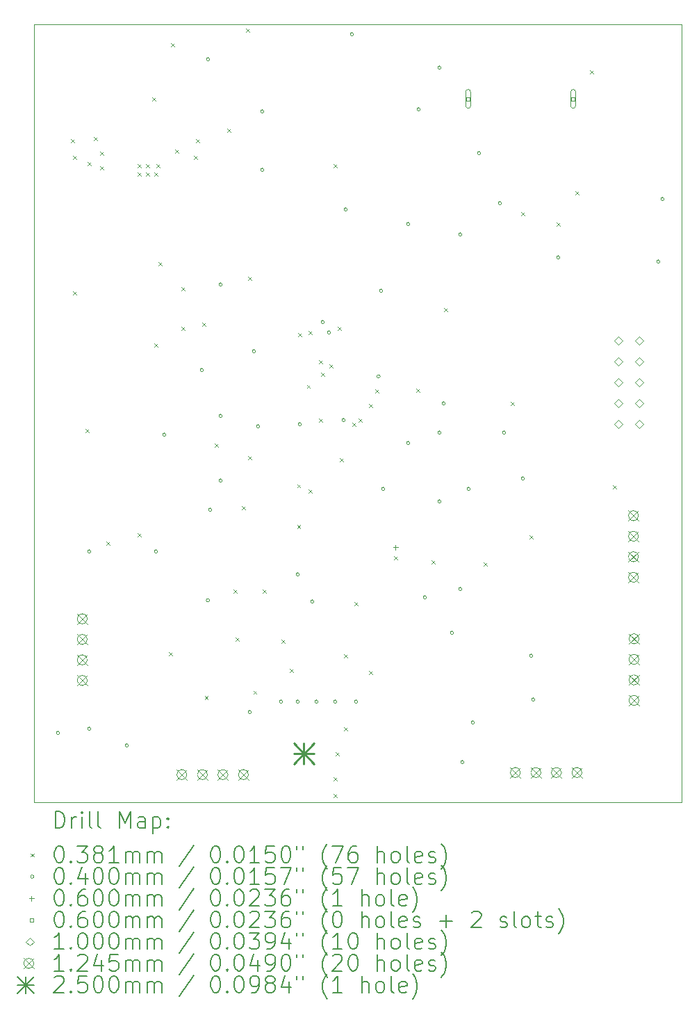
<source format=gbr>
%TF.GenerationSoftware,KiCad,Pcbnew,8.0.5*%
%TF.CreationDate,2024-10-23T16:05:14-04:00*%
%TF.ProjectId,PCB_Schematic,5043425f-5363-4686-956d-617469632e6b,rev?*%
%TF.SameCoordinates,Original*%
%TF.FileFunction,Drillmap*%
%TF.FilePolarity,Positive*%
%FSLAX45Y45*%
G04 Gerber Fmt 4.5, Leading zero omitted, Abs format (unit mm)*
G04 Created by KiCad (PCBNEW 8.0.5) date 2024-10-23 16:05:14*
%MOMM*%
%LPD*%
G01*
G04 APERTURE LIST*
%ADD10C,0.100000*%
%ADD11C,0.200000*%
%ADD12C,0.124460*%
%ADD13C,0.250000*%
G04 APERTURE END LIST*
D10*
X8805700Y-3260000D02*
X16695900Y-3260000D01*
X16695900Y-12728800D01*
X8805700Y-12728800D01*
X8805700Y-3260000D01*
D11*
D10*
X9251950Y-4654550D02*
X9290050Y-4692650D01*
X9290050Y-4654550D02*
X9251950Y-4692650D01*
X9277350Y-4857750D02*
X9315450Y-4895850D01*
X9315450Y-4857750D02*
X9277350Y-4895850D01*
X9277350Y-6508750D02*
X9315450Y-6546850D01*
X9315450Y-6508750D02*
X9277350Y-6546850D01*
X9429750Y-8185150D02*
X9467850Y-8223250D01*
X9467850Y-8185150D02*
X9429750Y-8223250D01*
X9455150Y-4933950D02*
X9493250Y-4972050D01*
X9493250Y-4933950D02*
X9455150Y-4972050D01*
X9531350Y-4629150D02*
X9569450Y-4667250D01*
X9569450Y-4629150D02*
X9531350Y-4667250D01*
X9607550Y-4806950D02*
X9645650Y-4845050D01*
X9645650Y-4806950D02*
X9607550Y-4845050D01*
X9607550Y-4984750D02*
X9645650Y-5022850D01*
X9645650Y-4984750D02*
X9607550Y-5022850D01*
X9683750Y-9556750D02*
X9721850Y-9594850D01*
X9721850Y-9556750D02*
X9683750Y-9594850D01*
X10064750Y-4959350D02*
X10102850Y-4997450D01*
X10102850Y-4959350D02*
X10064750Y-4997450D01*
X10064750Y-5060950D02*
X10102850Y-5099050D01*
X10102850Y-5060950D02*
X10064750Y-5099050D01*
X10064750Y-9455150D02*
X10102850Y-9493250D01*
X10102850Y-9455150D02*
X10064750Y-9493250D01*
X10166350Y-4959350D02*
X10204450Y-4997450D01*
X10204450Y-4959350D02*
X10166350Y-4997450D01*
X10166350Y-5060950D02*
X10204450Y-5099050D01*
X10204450Y-5060950D02*
X10166350Y-5099050D01*
X10242550Y-4146550D02*
X10280650Y-4184650D01*
X10280650Y-4146550D02*
X10242550Y-4184650D01*
X10267950Y-5060950D02*
X10306050Y-5099050D01*
X10306050Y-5060950D02*
X10267950Y-5099050D01*
X10267950Y-7143750D02*
X10306050Y-7181850D01*
X10306050Y-7143750D02*
X10267950Y-7181850D01*
X10293350Y-4959350D02*
X10331450Y-4997450D01*
X10331450Y-4959350D02*
X10293350Y-4997450D01*
X10318750Y-6153150D02*
X10356850Y-6191250D01*
X10356850Y-6153150D02*
X10318750Y-6191250D01*
X10445750Y-10902950D02*
X10483850Y-10941050D01*
X10483850Y-10902950D02*
X10445750Y-10941050D01*
X10471150Y-3486150D02*
X10509250Y-3524250D01*
X10509250Y-3486150D02*
X10471150Y-3524250D01*
X10521950Y-4781550D02*
X10560050Y-4819650D01*
X10560050Y-4781550D02*
X10521950Y-4819650D01*
X10598150Y-6457950D02*
X10636250Y-6496050D01*
X10636250Y-6457950D02*
X10598150Y-6496050D01*
X10598150Y-6940550D02*
X10636250Y-6978650D01*
X10636250Y-6940550D02*
X10598150Y-6978650D01*
X10750550Y-4857750D02*
X10788650Y-4895850D01*
X10788650Y-4857750D02*
X10750550Y-4895850D01*
X10775950Y-4654550D02*
X10814050Y-4692650D01*
X10814050Y-4654550D02*
X10775950Y-4692650D01*
X10852150Y-6889750D02*
X10890250Y-6927850D01*
X10890250Y-6889750D02*
X10852150Y-6927850D01*
X10884700Y-11437500D02*
X10922800Y-11475600D01*
X10922800Y-11437500D02*
X10884700Y-11475600D01*
X11004550Y-8362950D02*
X11042650Y-8401050D01*
X11042650Y-8362950D02*
X11004550Y-8401050D01*
X11156950Y-4527550D02*
X11195050Y-4565650D01*
X11195050Y-4527550D02*
X11156950Y-4565650D01*
X11233150Y-10140950D02*
X11271250Y-10179050D01*
X11271250Y-10140950D02*
X11233150Y-10179050D01*
X11258550Y-10725150D02*
X11296650Y-10763250D01*
X11296650Y-10725150D02*
X11258550Y-10763250D01*
X11334750Y-9124950D02*
X11372850Y-9163050D01*
X11372850Y-9124950D02*
X11334750Y-9163050D01*
X11385550Y-3308350D02*
X11423650Y-3346450D01*
X11423650Y-3308350D02*
X11385550Y-3346450D01*
X11410950Y-6330950D02*
X11449050Y-6369050D01*
X11449050Y-6330950D02*
X11410950Y-6369050D01*
X11410950Y-8515350D02*
X11449050Y-8553450D01*
X11449050Y-8515350D02*
X11410950Y-8553450D01*
X11474450Y-11372850D02*
X11512550Y-11410950D01*
X11512550Y-11372850D02*
X11474450Y-11410950D01*
X11588750Y-10140950D02*
X11626850Y-10179050D01*
X11626850Y-10140950D02*
X11588750Y-10179050D01*
X11817350Y-10750550D02*
X11855450Y-10788650D01*
X11855450Y-10750550D02*
X11817350Y-10788650D01*
X11918950Y-11106150D02*
X11957050Y-11144250D01*
X11957050Y-11106150D02*
X11918950Y-11144250D01*
X12007850Y-8858250D02*
X12045950Y-8896350D01*
X12045950Y-8858250D02*
X12007850Y-8896350D01*
X12010050Y-9353550D02*
X12048150Y-9391650D01*
X12048150Y-9353550D02*
X12010050Y-9391650D01*
X12020550Y-7016750D02*
X12058650Y-7054850D01*
X12058650Y-7016750D02*
X12020550Y-7054850D01*
X12126450Y-7647450D02*
X12164550Y-7685550D01*
X12164550Y-7647450D02*
X12126450Y-7685550D01*
X12147550Y-6991350D02*
X12185650Y-7029450D01*
X12185650Y-6991350D02*
X12147550Y-7029450D01*
X12147550Y-8921750D02*
X12185650Y-8959850D01*
X12185650Y-8921750D02*
X12147550Y-8959850D01*
X12274550Y-7346950D02*
X12312650Y-7385050D01*
X12312650Y-7346950D02*
X12274550Y-7385050D01*
X12274550Y-8058150D02*
X12312650Y-8096250D01*
X12312650Y-8058150D02*
X12274550Y-8096250D01*
X12299950Y-7499350D02*
X12338050Y-7537450D01*
X12338050Y-7499350D02*
X12299950Y-7537450D01*
X12401550Y-7397750D02*
X12439650Y-7435850D01*
X12439650Y-7397750D02*
X12401550Y-7435850D01*
X12452350Y-4959350D02*
X12490450Y-4997450D01*
X12490450Y-4959350D02*
X12452350Y-4997450D01*
X12452350Y-12426950D02*
X12490450Y-12465050D01*
X12490450Y-12426950D02*
X12452350Y-12465050D01*
X12452350Y-12630150D02*
X12490450Y-12668250D01*
X12490450Y-12630150D02*
X12452350Y-12668250D01*
X12477750Y-12122150D02*
X12515850Y-12160250D01*
X12515850Y-12122150D02*
X12477750Y-12160250D01*
X12503150Y-6940550D02*
X12541250Y-6978650D01*
X12541250Y-6940550D02*
X12503150Y-6978650D01*
X12528550Y-8540750D02*
X12566650Y-8578850D01*
X12566650Y-8540750D02*
X12528550Y-8578850D01*
X12579350Y-10928350D02*
X12617450Y-10966450D01*
X12617450Y-10928350D02*
X12579350Y-10966450D01*
X12579350Y-11817350D02*
X12617450Y-11855450D01*
X12617450Y-11817350D02*
X12579350Y-11855450D01*
X12680950Y-8108950D02*
X12719050Y-8147050D01*
X12719050Y-8108950D02*
X12680950Y-8147050D01*
X12706350Y-10293350D02*
X12744450Y-10331450D01*
X12744450Y-10293350D02*
X12706350Y-10331450D01*
X12757150Y-8058150D02*
X12795250Y-8096250D01*
X12795250Y-8058150D02*
X12757150Y-8096250D01*
X12884150Y-7880350D02*
X12922250Y-7918450D01*
X12922250Y-7880350D02*
X12884150Y-7918450D01*
X12884150Y-11131550D02*
X12922250Y-11169650D01*
X12922250Y-11131550D02*
X12884150Y-11169650D01*
X12960350Y-7702550D02*
X12998450Y-7740650D01*
X12998450Y-7702550D02*
X12960350Y-7740650D01*
X13188950Y-9734550D02*
X13227050Y-9772650D01*
X13227050Y-9734550D02*
X13188950Y-9772650D01*
X13462950Y-7695850D02*
X13501050Y-7733950D01*
X13501050Y-7695850D02*
X13462950Y-7733950D01*
X13646150Y-9785350D02*
X13684250Y-9823450D01*
X13684250Y-9785350D02*
X13646150Y-9823450D01*
X13798550Y-6711950D02*
X13836650Y-6750050D01*
X13836650Y-6711950D02*
X13798550Y-6750050D01*
X14281150Y-9810750D02*
X14319250Y-9848850D01*
X14319250Y-9810750D02*
X14281150Y-9848850D01*
X14611350Y-7854950D02*
X14649450Y-7893050D01*
X14649450Y-7854950D02*
X14611350Y-7893050D01*
X14738350Y-5543550D02*
X14776450Y-5581650D01*
X14776450Y-5543550D02*
X14738350Y-5581650D01*
X14839950Y-9480550D02*
X14878050Y-9518650D01*
X14878050Y-9480550D02*
X14839950Y-9518650D01*
X15170150Y-5670550D02*
X15208250Y-5708650D01*
X15208250Y-5670550D02*
X15170150Y-5708650D01*
X15398750Y-5289550D02*
X15436850Y-5327650D01*
X15436850Y-5289550D02*
X15398750Y-5327650D01*
X15576550Y-3816350D02*
X15614650Y-3854450D01*
X15614650Y-3816350D02*
X15576550Y-3854450D01*
X15855950Y-8870950D02*
X15894050Y-8909050D01*
X15894050Y-8870950D02*
X15855950Y-8909050D01*
X9113200Y-11887200D02*
G75*
G02*
X9073200Y-11887200I-20000J0D01*
G01*
X9073200Y-11887200D02*
G75*
G02*
X9113200Y-11887200I20000J0D01*
G01*
X9494200Y-9677400D02*
G75*
G02*
X9454200Y-9677400I-20000J0D01*
G01*
X9454200Y-9677400D02*
G75*
G02*
X9494200Y-9677400I20000J0D01*
G01*
X9494200Y-11836400D02*
G75*
G02*
X9454200Y-11836400I-20000J0D01*
G01*
X9454200Y-11836400D02*
G75*
G02*
X9494200Y-11836400I20000J0D01*
G01*
X9951400Y-12039600D02*
G75*
G02*
X9911400Y-12039600I-20000J0D01*
G01*
X9911400Y-12039600D02*
G75*
G02*
X9951400Y-12039600I20000J0D01*
G01*
X10307000Y-9677400D02*
G75*
G02*
X10267000Y-9677400I-20000J0D01*
G01*
X10267000Y-9677400D02*
G75*
G02*
X10307000Y-9677400I20000J0D01*
G01*
X10408600Y-8255000D02*
G75*
G02*
X10368600Y-8255000I-20000J0D01*
G01*
X10368600Y-8255000D02*
G75*
G02*
X10408600Y-8255000I20000J0D01*
G01*
X10865800Y-7467600D02*
G75*
G02*
X10825800Y-7467600I-20000J0D01*
G01*
X10825800Y-7467600D02*
G75*
G02*
X10865800Y-7467600I20000J0D01*
G01*
X10942000Y-3683000D02*
G75*
G02*
X10902000Y-3683000I-20000J0D01*
G01*
X10902000Y-3683000D02*
G75*
G02*
X10942000Y-3683000I20000J0D01*
G01*
X10942000Y-10271346D02*
G75*
G02*
X10902000Y-10271346I-20000J0D01*
G01*
X10902000Y-10271346D02*
G75*
G02*
X10942000Y-10271346I20000J0D01*
G01*
X10967400Y-9169400D02*
G75*
G02*
X10927400Y-9169400I-20000J0D01*
G01*
X10927400Y-9169400D02*
G75*
G02*
X10967400Y-9169400I20000J0D01*
G01*
X11094400Y-6426200D02*
G75*
G02*
X11054400Y-6426200I-20000J0D01*
G01*
X11054400Y-6426200D02*
G75*
G02*
X11094400Y-6426200I20000J0D01*
G01*
X11094400Y-8026400D02*
G75*
G02*
X11054400Y-8026400I-20000J0D01*
G01*
X11054400Y-8026400D02*
G75*
G02*
X11094400Y-8026400I20000J0D01*
G01*
X11094400Y-8813800D02*
G75*
G02*
X11054400Y-8813800I-20000J0D01*
G01*
X11054400Y-8813800D02*
G75*
G02*
X11094400Y-8813800I20000J0D01*
G01*
X11450000Y-11633200D02*
G75*
G02*
X11410000Y-11633200I-20000J0D01*
G01*
X11410000Y-11633200D02*
G75*
G02*
X11450000Y-11633200I20000J0D01*
G01*
X11500800Y-7239000D02*
G75*
G02*
X11460800Y-7239000I-20000J0D01*
G01*
X11460800Y-7239000D02*
G75*
G02*
X11500800Y-7239000I20000J0D01*
G01*
X11551600Y-8153400D02*
G75*
G02*
X11511600Y-8153400I-20000J0D01*
G01*
X11511600Y-8153400D02*
G75*
G02*
X11551600Y-8153400I20000J0D01*
G01*
X11602400Y-4318000D02*
G75*
G02*
X11562400Y-4318000I-20000J0D01*
G01*
X11562400Y-4318000D02*
G75*
G02*
X11602400Y-4318000I20000J0D01*
G01*
X11602400Y-5029200D02*
G75*
G02*
X11562400Y-5029200I-20000J0D01*
G01*
X11562400Y-5029200D02*
G75*
G02*
X11602400Y-5029200I20000J0D01*
G01*
X11831000Y-11506200D02*
G75*
G02*
X11791000Y-11506200I-20000J0D01*
G01*
X11791000Y-11506200D02*
G75*
G02*
X11831000Y-11506200I20000J0D01*
G01*
X12034200Y-9956800D02*
G75*
G02*
X11994200Y-9956800I-20000J0D01*
G01*
X11994200Y-9956800D02*
G75*
G02*
X12034200Y-9956800I20000J0D01*
G01*
X12034200Y-11506200D02*
G75*
G02*
X11994200Y-11506200I-20000J0D01*
G01*
X11994200Y-11506200D02*
G75*
G02*
X12034200Y-11506200I20000J0D01*
G01*
X12059600Y-8128000D02*
G75*
G02*
X12019600Y-8128000I-20000J0D01*
G01*
X12019600Y-8128000D02*
G75*
G02*
X12059600Y-8128000I20000J0D01*
G01*
X12212000Y-10287000D02*
G75*
G02*
X12172000Y-10287000I-20000J0D01*
G01*
X12172000Y-10287000D02*
G75*
G02*
X12212000Y-10287000I20000J0D01*
G01*
X12262800Y-11506200D02*
G75*
G02*
X12222800Y-11506200I-20000J0D01*
G01*
X12222800Y-11506200D02*
G75*
G02*
X12262800Y-11506200I20000J0D01*
G01*
X12339000Y-6883400D02*
G75*
G02*
X12299000Y-6883400I-20000J0D01*
G01*
X12299000Y-6883400D02*
G75*
G02*
X12339000Y-6883400I20000J0D01*
G01*
X12415200Y-7010400D02*
G75*
G02*
X12375200Y-7010400I-20000J0D01*
G01*
X12375200Y-7010400D02*
G75*
G02*
X12415200Y-7010400I20000J0D01*
G01*
X12491400Y-11506200D02*
G75*
G02*
X12451400Y-11506200I-20000J0D01*
G01*
X12451400Y-11506200D02*
G75*
G02*
X12491400Y-11506200I20000J0D01*
G01*
X12593000Y-8077200D02*
G75*
G02*
X12553000Y-8077200I-20000J0D01*
G01*
X12553000Y-8077200D02*
G75*
G02*
X12593000Y-8077200I20000J0D01*
G01*
X12618400Y-5511800D02*
G75*
G02*
X12578400Y-5511800I-20000J0D01*
G01*
X12578400Y-5511800D02*
G75*
G02*
X12618400Y-5511800I20000J0D01*
G01*
X12694600Y-3378200D02*
G75*
G02*
X12654600Y-3378200I-20000J0D01*
G01*
X12654600Y-3378200D02*
G75*
G02*
X12694600Y-3378200I20000J0D01*
G01*
X12745400Y-11506200D02*
G75*
G02*
X12705400Y-11506200I-20000J0D01*
G01*
X12705400Y-11506200D02*
G75*
G02*
X12745400Y-11506200I20000J0D01*
G01*
X13020500Y-7543800D02*
G75*
G02*
X12980500Y-7543800I-20000J0D01*
G01*
X12980500Y-7543800D02*
G75*
G02*
X13020500Y-7543800I20000J0D01*
G01*
X13050200Y-6502400D02*
G75*
G02*
X13010200Y-6502400I-20000J0D01*
G01*
X13010200Y-6502400D02*
G75*
G02*
X13050200Y-6502400I20000J0D01*
G01*
X13075600Y-8915400D02*
G75*
G02*
X13035600Y-8915400I-20000J0D01*
G01*
X13035600Y-8915400D02*
G75*
G02*
X13075600Y-8915400I20000J0D01*
G01*
X13380400Y-5689600D02*
G75*
G02*
X13340400Y-5689600I-20000J0D01*
G01*
X13340400Y-5689600D02*
G75*
G02*
X13380400Y-5689600I20000J0D01*
G01*
X13380400Y-8356600D02*
G75*
G02*
X13340400Y-8356600I-20000J0D01*
G01*
X13340400Y-8356600D02*
G75*
G02*
X13380400Y-8356600I20000J0D01*
G01*
X13507400Y-4292600D02*
G75*
G02*
X13467400Y-4292600I-20000J0D01*
G01*
X13467400Y-4292600D02*
G75*
G02*
X13507400Y-4292600I20000J0D01*
G01*
X13583600Y-10236200D02*
G75*
G02*
X13543600Y-10236200I-20000J0D01*
G01*
X13543600Y-10236200D02*
G75*
G02*
X13583600Y-10236200I20000J0D01*
G01*
X13761400Y-3784600D02*
G75*
G02*
X13721400Y-3784600I-20000J0D01*
G01*
X13721400Y-3784600D02*
G75*
G02*
X13761400Y-3784600I20000J0D01*
G01*
X13761400Y-8229600D02*
G75*
G02*
X13721400Y-8229600I-20000J0D01*
G01*
X13721400Y-8229600D02*
G75*
G02*
X13761400Y-8229600I20000J0D01*
G01*
X13761400Y-9067800D02*
G75*
G02*
X13721400Y-9067800I-20000J0D01*
G01*
X13721400Y-9067800D02*
G75*
G02*
X13761400Y-9067800I20000J0D01*
G01*
X13812200Y-7874000D02*
G75*
G02*
X13772200Y-7874000I-20000J0D01*
G01*
X13772200Y-7874000D02*
G75*
G02*
X13812200Y-7874000I20000J0D01*
G01*
X13913800Y-10668000D02*
G75*
G02*
X13873800Y-10668000I-20000J0D01*
G01*
X13873800Y-10668000D02*
G75*
G02*
X13913800Y-10668000I20000J0D01*
G01*
X14015400Y-5816600D02*
G75*
G02*
X13975400Y-5816600I-20000J0D01*
G01*
X13975400Y-5816600D02*
G75*
G02*
X14015400Y-5816600I20000J0D01*
G01*
X14015400Y-10134600D02*
G75*
G02*
X13975400Y-10134600I-20000J0D01*
G01*
X13975400Y-10134600D02*
G75*
G02*
X14015400Y-10134600I20000J0D01*
G01*
X14040800Y-12242800D02*
G75*
G02*
X14000800Y-12242800I-20000J0D01*
G01*
X14000800Y-12242800D02*
G75*
G02*
X14040800Y-12242800I20000J0D01*
G01*
X14117000Y-8915400D02*
G75*
G02*
X14077000Y-8915400I-20000J0D01*
G01*
X14077000Y-8915400D02*
G75*
G02*
X14117000Y-8915400I20000J0D01*
G01*
X14167800Y-11760200D02*
G75*
G02*
X14127800Y-11760200I-20000J0D01*
G01*
X14127800Y-11760200D02*
G75*
G02*
X14167800Y-11760200I20000J0D01*
G01*
X14244000Y-4826000D02*
G75*
G02*
X14204000Y-4826000I-20000J0D01*
G01*
X14204000Y-4826000D02*
G75*
G02*
X14244000Y-4826000I20000J0D01*
G01*
X14498000Y-5435600D02*
G75*
G02*
X14458000Y-5435600I-20000J0D01*
G01*
X14458000Y-5435600D02*
G75*
G02*
X14498000Y-5435600I20000J0D01*
G01*
X14548800Y-8229600D02*
G75*
G02*
X14508800Y-8229600I-20000J0D01*
G01*
X14508800Y-8229600D02*
G75*
G02*
X14548800Y-8229600I20000J0D01*
G01*
X14777400Y-8788400D02*
G75*
G02*
X14737400Y-8788400I-20000J0D01*
G01*
X14737400Y-8788400D02*
G75*
G02*
X14777400Y-8788400I20000J0D01*
G01*
X14879000Y-10947400D02*
G75*
G02*
X14839000Y-10947400I-20000J0D01*
G01*
X14839000Y-10947400D02*
G75*
G02*
X14879000Y-10947400I20000J0D01*
G01*
X14904400Y-11480800D02*
G75*
G02*
X14864400Y-11480800I-20000J0D01*
G01*
X14864400Y-11480800D02*
G75*
G02*
X14904400Y-11480800I20000J0D01*
G01*
X15209200Y-6096000D02*
G75*
G02*
X15169200Y-6096000I-20000J0D01*
G01*
X15169200Y-6096000D02*
G75*
G02*
X15209200Y-6096000I20000J0D01*
G01*
X16428400Y-6146800D02*
G75*
G02*
X16388400Y-6146800I-20000J0D01*
G01*
X16388400Y-6146800D02*
G75*
G02*
X16428400Y-6146800I20000J0D01*
G01*
X16479200Y-5384800D02*
G75*
G02*
X16439200Y-5384800I-20000J0D01*
G01*
X16439200Y-5384800D02*
G75*
G02*
X16479200Y-5384800I20000J0D01*
G01*
X13208000Y-9596600D02*
X13208000Y-9656600D01*
X13178000Y-9626600D02*
X13238000Y-9626600D01*
X14113213Y-4186213D02*
X14113213Y-4143787D01*
X14070787Y-4143787D01*
X14070787Y-4186213D01*
X14113213Y-4186213D01*
X14122000Y-4250000D02*
X14122000Y-4080000D01*
X14062000Y-4080000D02*
G75*
G02*
X14122000Y-4080000I30000J0D01*
G01*
X14062000Y-4080000D02*
X14062000Y-4250000D01*
X14062000Y-4250000D02*
G75*
G03*
X14122000Y-4250000I30000J0D01*
G01*
X15393213Y-4186213D02*
X15393213Y-4143787D01*
X15350787Y-4143787D01*
X15350787Y-4186213D01*
X15393213Y-4186213D01*
X15402000Y-4250000D02*
X15402000Y-4080000D01*
X15342000Y-4080000D02*
G75*
G02*
X15402000Y-4080000I30000J0D01*
G01*
X15342000Y-4080000D02*
X15342000Y-4250000D01*
X15342000Y-4250000D02*
G75*
G03*
X15402000Y-4250000I30000J0D01*
G01*
X15925800Y-7162000D02*
X15975800Y-7112000D01*
X15925800Y-7062000D01*
X15875800Y-7112000D01*
X15925800Y-7162000D01*
X15925800Y-7416000D02*
X15975800Y-7366000D01*
X15925800Y-7316000D01*
X15875800Y-7366000D01*
X15925800Y-7416000D01*
X15925800Y-7670000D02*
X15975800Y-7620000D01*
X15925800Y-7570000D01*
X15875800Y-7620000D01*
X15925800Y-7670000D01*
X15925800Y-7924000D02*
X15975800Y-7874000D01*
X15925800Y-7824000D01*
X15875800Y-7874000D01*
X15925800Y-7924000D01*
X15925800Y-8178000D02*
X15975800Y-8128000D01*
X15925800Y-8078000D01*
X15875800Y-8128000D01*
X15925800Y-8178000D01*
X16179800Y-7162000D02*
X16229800Y-7112000D01*
X16179800Y-7062000D01*
X16129800Y-7112000D01*
X16179800Y-7162000D01*
X16179800Y-7416000D02*
X16229800Y-7366000D01*
X16179800Y-7316000D01*
X16129800Y-7366000D01*
X16179800Y-7416000D01*
X16179800Y-7670000D02*
X16229800Y-7620000D01*
X16179800Y-7570000D01*
X16129800Y-7620000D01*
X16179800Y-7670000D01*
X16179800Y-7924000D02*
X16229800Y-7874000D01*
X16179800Y-7824000D01*
X16129800Y-7874000D01*
X16179800Y-7924000D01*
X16179800Y-8178000D02*
X16229800Y-8128000D01*
X16179800Y-8078000D01*
X16129800Y-8128000D01*
X16179800Y-8178000D01*
D12*
X9327920Y-10435820D02*
X9452380Y-10560280D01*
X9452380Y-10435820D02*
X9327920Y-10560280D01*
X9452380Y-10498050D02*
G75*
G02*
X9327920Y-10498050I-62230J0D01*
G01*
X9327920Y-10498050D02*
G75*
G02*
X9452380Y-10498050I62230J0D01*
G01*
X9327920Y-10685820D02*
X9452380Y-10810280D01*
X9452380Y-10685820D02*
X9327920Y-10810280D01*
X9452380Y-10748050D02*
G75*
G02*
X9327920Y-10748050I-62230J0D01*
G01*
X9327920Y-10748050D02*
G75*
G02*
X9452380Y-10748050I62230J0D01*
G01*
X9327920Y-10935820D02*
X9452380Y-11060280D01*
X9452380Y-10935820D02*
X9327920Y-11060280D01*
X9452380Y-10998050D02*
G75*
G02*
X9327920Y-10998050I-62230J0D01*
G01*
X9327920Y-10998050D02*
G75*
G02*
X9452380Y-10998050I62230J0D01*
G01*
X9327920Y-11185820D02*
X9452380Y-11310280D01*
X9452380Y-11185820D02*
X9327920Y-11310280D01*
X9452380Y-11248050D02*
G75*
G02*
X9327920Y-11248050I-62230J0D01*
G01*
X9327920Y-11248050D02*
G75*
G02*
X9452380Y-11248050I62230J0D01*
G01*
X10541570Y-12332970D02*
X10666030Y-12457430D01*
X10666030Y-12332970D02*
X10541570Y-12457430D01*
X10666030Y-12395200D02*
G75*
G02*
X10541570Y-12395200I-62230J0D01*
G01*
X10541570Y-12395200D02*
G75*
G02*
X10666030Y-12395200I62230J0D01*
G01*
X10791570Y-12332970D02*
X10916030Y-12457430D01*
X10916030Y-12332970D02*
X10791570Y-12457430D01*
X10916030Y-12395200D02*
G75*
G02*
X10791570Y-12395200I-62230J0D01*
G01*
X10791570Y-12395200D02*
G75*
G02*
X10916030Y-12395200I62230J0D01*
G01*
X11041570Y-12332970D02*
X11166030Y-12457430D01*
X11166030Y-12332970D02*
X11041570Y-12457430D01*
X11166030Y-12395200D02*
G75*
G02*
X11041570Y-12395200I-62230J0D01*
G01*
X11041570Y-12395200D02*
G75*
G02*
X11166030Y-12395200I62230J0D01*
G01*
X11291570Y-12332970D02*
X11416030Y-12457430D01*
X11416030Y-12332970D02*
X11291570Y-12457430D01*
X11416030Y-12395200D02*
G75*
G02*
X11291570Y-12395200I-62230J0D01*
G01*
X11291570Y-12395200D02*
G75*
G02*
X11416030Y-12395200I62230J0D01*
G01*
X14605570Y-12307570D02*
X14730030Y-12432030D01*
X14730030Y-12307570D02*
X14605570Y-12432030D01*
X14730030Y-12369800D02*
G75*
G02*
X14605570Y-12369800I-62230J0D01*
G01*
X14605570Y-12369800D02*
G75*
G02*
X14730030Y-12369800I62230J0D01*
G01*
X14855570Y-12307570D02*
X14980030Y-12432030D01*
X14980030Y-12307570D02*
X14855570Y-12432030D01*
X14980030Y-12369800D02*
G75*
G02*
X14855570Y-12369800I-62230J0D01*
G01*
X14855570Y-12369800D02*
G75*
G02*
X14980030Y-12369800I62230J0D01*
G01*
X15105570Y-12307570D02*
X15230030Y-12432030D01*
X15230030Y-12307570D02*
X15105570Y-12432030D01*
X15230030Y-12369800D02*
G75*
G02*
X15105570Y-12369800I-62230J0D01*
G01*
X15105570Y-12369800D02*
G75*
G02*
X15230030Y-12369800I62230J0D01*
G01*
X15355570Y-12307570D02*
X15480030Y-12432030D01*
X15480030Y-12307570D02*
X15355570Y-12432030D01*
X15480030Y-12369800D02*
G75*
G02*
X15355570Y-12369800I-62230J0D01*
G01*
X15355570Y-12369800D02*
G75*
G02*
X15480030Y-12369800I62230J0D01*
G01*
X16044530Y-9179690D02*
X16168990Y-9304150D01*
X16168990Y-9179690D02*
X16044530Y-9304150D01*
X16168990Y-9241920D02*
G75*
G02*
X16044530Y-9241920I-62230J0D01*
G01*
X16044530Y-9241920D02*
G75*
G02*
X16168990Y-9241920I62230J0D01*
G01*
X16044530Y-9429690D02*
X16168990Y-9554150D01*
X16168990Y-9429690D02*
X16044530Y-9554150D01*
X16168990Y-9491920D02*
G75*
G02*
X16044530Y-9491920I-62230J0D01*
G01*
X16044530Y-9491920D02*
G75*
G02*
X16168990Y-9491920I62230J0D01*
G01*
X16044530Y-9679690D02*
X16168990Y-9804150D01*
X16168990Y-9679690D02*
X16044530Y-9804150D01*
X16168990Y-9741920D02*
G75*
G02*
X16044530Y-9741920I-62230J0D01*
G01*
X16044530Y-9741920D02*
G75*
G02*
X16168990Y-9741920I62230J0D01*
G01*
X16044530Y-9929690D02*
X16168990Y-10054150D01*
X16168990Y-9929690D02*
X16044530Y-10054150D01*
X16168990Y-9991920D02*
G75*
G02*
X16044530Y-9991920I-62230J0D01*
G01*
X16044530Y-9991920D02*
G75*
G02*
X16168990Y-9991920I62230J0D01*
G01*
X16051070Y-10679370D02*
X16175530Y-10803830D01*
X16175530Y-10679370D02*
X16051070Y-10803830D01*
X16175530Y-10741600D02*
G75*
G02*
X16051070Y-10741600I-62230J0D01*
G01*
X16051070Y-10741600D02*
G75*
G02*
X16175530Y-10741600I62230J0D01*
G01*
X16051070Y-10929370D02*
X16175530Y-11053830D01*
X16175530Y-10929370D02*
X16051070Y-11053830D01*
X16175530Y-10991600D02*
G75*
G02*
X16051070Y-10991600I-62230J0D01*
G01*
X16051070Y-10991600D02*
G75*
G02*
X16175530Y-10991600I62230J0D01*
G01*
X16051070Y-11179370D02*
X16175530Y-11303830D01*
X16175530Y-11179370D02*
X16051070Y-11303830D01*
X16175530Y-11241600D02*
G75*
G02*
X16051070Y-11241600I-62230J0D01*
G01*
X16051070Y-11241600D02*
G75*
G02*
X16175530Y-11241600I62230J0D01*
G01*
X16051070Y-11429370D02*
X16175530Y-11553830D01*
X16175530Y-11429370D02*
X16051070Y-11553830D01*
X16175530Y-11491600D02*
G75*
G02*
X16051070Y-11491600I-62230J0D01*
G01*
X16051070Y-11491600D02*
G75*
G02*
X16175530Y-11491600I62230J0D01*
G01*
D13*
X11965400Y-12016200D02*
X12215400Y-12266200D01*
X12215400Y-12016200D02*
X11965400Y-12266200D01*
X12090400Y-12016200D02*
X12090400Y-12266200D01*
X11965400Y-12141200D02*
X12215400Y-12141200D01*
D11*
X9061477Y-13045284D02*
X9061477Y-12845284D01*
X9061477Y-12845284D02*
X9109096Y-12845284D01*
X9109096Y-12845284D02*
X9137667Y-12854808D01*
X9137667Y-12854808D02*
X9156715Y-12873855D01*
X9156715Y-12873855D02*
X9166239Y-12892903D01*
X9166239Y-12892903D02*
X9175763Y-12930998D01*
X9175763Y-12930998D02*
X9175763Y-12959569D01*
X9175763Y-12959569D02*
X9166239Y-12997665D01*
X9166239Y-12997665D02*
X9156715Y-13016712D01*
X9156715Y-13016712D02*
X9137667Y-13035760D01*
X9137667Y-13035760D02*
X9109096Y-13045284D01*
X9109096Y-13045284D02*
X9061477Y-13045284D01*
X9261477Y-13045284D02*
X9261477Y-12911950D01*
X9261477Y-12950046D02*
X9271001Y-12930998D01*
X9271001Y-12930998D02*
X9280524Y-12921474D01*
X9280524Y-12921474D02*
X9299572Y-12911950D01*
X9299572Y-12911950D02*
X9318620Y-12911950D01*
X9385286Y-13045284D02*
X9385286Y-12911950D01*
X9385286Y-12845284D02*
X9375763Y-12854808D01*
X9375763Y-12854808D02*
X9385286Y-12864331D01*
X9385286Y-12864331D02*
X9394810Y-12854808D01*
X9394810Y-12854808D02*
X9385286Y-12845284D01*
X9385286Y-12845284D02*
X9385286Y-12864331D01*
X9509096Y-13045284D02*
X9490048Y-13035760D01*
X9490048Y-13035760D02*
X9480524Y-13016712D01*
X9480524Y-13016712D02*
X9480524Y-12845284D01*
X9613858Y-13045284D02*
X9594810Y-13035760D01*
X9594810Y-13035760D02*
X9585286Y-13016712D01*
X9585286Y-13016712D02*
X9585286Y-12845284D01*
X9842429Y-13045284D02*
X9842429Y-12845284D01*
X9842429Y-12845284D02*
X9909096Y-12988141D01*
X9909096Y-12988141D02*
X9975763Y-12845284D01*
X9975763Y-12845284D02*
X9975763Y-13045284D01*
X10156715Y-13045284D02*
X10156715Y-12940522D01*
X10156715Y-12940522D02*
X10147191Y-12921474D01*
X10147191Y-12921474D02*
X10128144Y-12911950D01*
X10128144Y-12911950D02*
X10090048Y-12911950D01*
X10090048Y-12911950D02*
X10071001Y-12921474D01*
X10156715Y-13035760D02*
X10137667Y-13045284D01*
X10137667Y-13045284D02*
X10090048Y-13045284D01*
X10090048Y-13045284D02*
X10071001Y-13035760D01*
X10071001Y-13035760D02*
X10061477Y-13016712D01*
X10061477Y-13016712D02*
X10061477Y-12997665D01*
X10061477Y-12997665D02*
X10071001Y-12978617D01*
X10071001Y-12978617D02*
X10090048Y-12969093D01*
X10090048Y-12969093D02*
X10137667Y-12969093D01*
X10137667Y-12969093D02*
X10156715Y-12959569D01*
X10251953Y-12911950D02*
X10251953Y-13111950D01*
X10251953Y-12921474D02*
X10271001Y-12911950D01*
X10271001Y-12911950D02*
X10309096Y-12911950D01*
X10309096Y-12911950D02*
X10328144Y-12921474D01*
X10328144Y-12921474D02*
X10337667Y-12930998D01*
X10337667Y-12930998D02*
X10347191Y-12950046D01*
X10347191Y-12950046D02*
X10347191Y-13007188D01*
X10347191Y-13007188D02*
X10337667Y-13026236D01*
X10337667Y-13026236D02*
X10328144Y-13035760D01*
X10328144Y-13035760D02*
X10309096Y-13045284D01*
X10309096Y-13045284D02*
X10271001Y-13045284D01*
X10271001Y-13045284D02*
X10251953Y-13035760D01*
X10432905Y-13026236D02*
X10442429Y-13035760D01*
X10442429Y-13035760D02*
X10432905Y-13045284D01*
X10432905Y-13045284D02*
X10423382Y-13035760D01*
X10423382Y-13035760D02*
X10432905Y-13026236D01*
X10432905Y-13026236D02*
X10432905Y-13045284D01*
X10432905Y-12921474D02*
X10442429Y-12930998D01*
X10442429Y-12930998D02*
X10432905Y-12940522D01*
X10432905Y-12940522D02*
X10423382Y-12930998D01*
X10423382Y-12930998D02*
X10432905Y-12921474D01*
X10432905Y-12921474D02*
X10432905Y-12940522D01*
D10*
X8762600Y-13354750D02*
X8800700Y-13392850D01*
X8800700Y-13354750D02*
X8762600Y-13392850D01*
D11*
X9099572Y-13265284D02*
X9118620Y-13265284D01*
X9118620Y-13265284D02*
X9137667Y-13274808D01*
X9137667Y-13274808D02*
X9147191Y-13284331D01*
X9147191Y-13284331D02*
X9156715Y-13303379D01*
X9156715Y-13303379D02*
X9166239Y-13341474D01*
X9166239Y-13341474D02*
X9166239Y-13389093D01*
X9166239Y-13389093D02*
X9156715Y-13427188D01*
X9156715Y-13427188D02*
X9147191Y-13446236D01*
X9147191Y-13446236D02*
X9137667Y-13455760D01*
X9137667Y-13455760D02*
X9118620Y-13465284D01*
X9118620Y-13465284D02*
X9099572Y-13465284D01*
X9099572Y-13465284D02*
X9080524Y-13455760D01*
X9080524Y-13455760D02*
X9071001Y-13446236D01*
X9071001Y-13446236D02*
X9061477Y-13427188D01*
X9061477Y-13427188D02*
X9051953Y-13389093D01*
X9051953Y-13389093D02*
X9051953Y-13341474D01*
X9051953Y-13341474D02*
X9061477Y-13303379D01*
X9061477Y-13303379D02*
X9071001Y-13284331D01*
X9071001Y-13284331D02*
X9080524Y-13274808D01*
X9080524Y-13274808D02*
X9099572Y-13265284D01*
X9251953Y-13446236D02*
X9261477Y-13455760D01*
X9261477Y-13455760D02*
X9251953Y-13465284D01*
X9251953Y-13465284D02*
X9242429Y-13455760D01*
X9242429Y-13455760D02*
X9251953Y-13446236D01*
X9251953Y-13446236D02*
X9251953Y-13465284D01*
X9328144Y-13265284D02*
X9451953Y-13265284D01*
X9451953Y-13265284D02*
X9385286Y-13341474D01*
X9385286Y-13341474D02*
X9413858Y-13341474D01*
X9413858Y-13341474D02*
X9432905Y-13350998D01*
X9432905Y-13350998D02*
X9442429Y-13360522D01*
X9442429Y-13360522D02*
X9451953Y-13379569D01*
X9451953Y-13379569D02*
X9451953Y-13427188D01*
X9451953Y-13427188D02*
X9442429Y-13446236D01*
X9442429Y-13446236D02*
X9432905Y-13455760D01*
X9432905Y-13455760D02*
X9413858Y-13465284D01*
X9413858Y-13465284D02*
X9356715Y-13465284D01*
X9356715Y-13465284D02*
X9337667Y-13455760D01*
X9337667Y-13455760D02*
X9328144Y-13446236D01*
X9566239Y-13350998D02*
X9547191Y-13341474D01*
X9547191Y-13341474D02*
X9537667Y-13331950D01*
X9537667Y-13331950D02*
X9528144Y-13312903D01*
X9528144Y-13312903D02*
X9528144Y-13303379D01*
X9528144Y-13303379D02*
X9537667Y-13284331D01*
X9537667Y-13284331D02*
X9547191Y-13274808D01*
X9547191Y-13274808D02*
X9566239Y-13265284D01*
X9566239Y-13265284D02*
X9604334Y-13265284D01*
X9604334Y-13265284D02*
X9623382Y-13274808D01*
X9623382Y-13274808D02*
X9632905Y-13284331D01*
X9632905Y-13284331D02*
X9642429Y-13303379D01*
X9642429Y-13303379D02*
X9642429Y-13312903D01*
X9642429Y-13312903D02*
X9632905Y-13331950D01*
X9632905Y-13331950D02*
X9623382Y-13341474D01*
X9623382Y-13341474D02*
X9604334Y-13350998D01*
X9604334Y-13350998D02*
X9566239Y-13350998D01*
X9566239Y-13350998D02*
X9547191Y-13360522D01*
X9547191Y-13360522D02*
X9537667Y-13370046D01*
X9537667Y-13370046D02*
X9528144Y-13389093D01*
X9528144Y-13389093D02*
X9528144Y-13427188D01*
X9528144Y-13427188D02*
X9537667Y-13446236D01*
X9537667Y-13446236D02*
X9547191Y-13455760D01*
X9547191Y-13455760D02*
X9566239Y-13465284D01*
X9566239Y-13465284D02*
X9604334Y-13465284D01*
X9604334Y-13465284D02*
X9623382Y-13455760D01*
X9623382Y-13455760D02*
X9632905Y-13446236D01*
X9632905Y-13446236D02*
X9642429Y-13427188D01*
X9642429Y-13427188D02*
X9642429Y-13389093D01*
X9642429Y-13389093D02*
X9632905Y-13370046D01*
X9632905Y-13370046D02*
X9623382Y-13360522D01*
X9623382Y-13360522D02*
X9604334Y-13350998D01*
X9832905Y-13465284D02*
X9718620Y-13465284D01*
X9775763Y-13465284D02*
X9775763Y-13265284D01*
X9775763Y-13265284D02*
X9756715Y-13293855D01*
X9756715Y-13293855D02*
X9737667Y-13312903D01*
X9737667Y-13312903D02*
X9718620Y-13322427D01*
X9918620Y-13465284D02*
X9918620Y-13331950D01*
X9918620Y-13350998D02*
X9928144Y-13341474D01*
X9928144Y-13341474D02*
X9947191Y-13331950D01*
X9947191Y-13331950D02*
X9975763Y-13331950D01*
X9975763Y-13331950D02*
X9994810Y-13341474D01*
X9994810Y-13341474D02*
X10004334Y-13360522D01*
X10004334Y-13360522D02*
X10004334Y-13465284D01*
X10004334Y-13360522D02*
X10013858Y-13341474D01*
X10013858Y-13341474D02*
X10032905Y-13331950D01*
X10032905Y-13331950D02*
X10061477Y-13331950D01*
X10061477Y-13331950D02*
X10080525Y-13341474D01*
X10080525Y-13341474D02*
X10090048Y-13360522D01*
X10090048Y-13360522D02*
X10090048Y-13465284D01*
X10185286Y-13465284D02*
X10185286Y-13331950D01*
X10185286Y-13350998D02*
X10194810Y-13341474D01*
X10194810Y-13341474D02*
X10213858Y-13331950D01*
X10213858Y-13331950D02*
X10242429Y-13331950D01*
X10242429Y-13331950D02*
X10261477Y-13341474D01*
X10261477Y-13341474D02*
X10271001Y-13360522D01*
X10271001Y-13360522D02*
X10271001Y-13465284D01*
X10271001Y-13360522D02*
X10280525Y-13341474D01*
X10280525Y-13341474D02*
X10299572Y-13331950D01*
X10299572Y-13331950D02*
X10328144Y-13331950D01*
X10328144Y-13331950D02*
X10347191Y-13341474D01*
X10347191Y-13341474D02*
X10356715Y-13360522D01*
X10356715Y-13360522D02*
X10356715Y-13465284D01*
X10747191Y-13255760D02*
X10575763Y-13512903D01*
X11004334Y-13265284D02*
X11023382Y-13265284D01*
X11023382Y-13265284D02*
X11042429Y-13274808D01*
X11042429Y-13274808D02*
X11051953Y-13284331D01*
X11051953Y-13284331D02*
X11061477Y-13303379D01*
X11061477Y-13303379D02*
X11071001Y-13341474D01*
X11071001Y-13341474D02*
X11071001Y-13389093D01*
X11071001Y-13389093D02*
X11061477Y-13427188D01*
X11061477Y-13427188D02*
X11051953Y-13446236D01*
X11051953Y-13446236D02*
X11042429Y-13455760D01*
X11042429Y-13455760D02*
X11023382Y-13465284D01*
X11023382Y-13465284D02*
X11004334Y-13465284D01*
X11004334Y-13465284D02*
X10985287Y-13455760D01*
X10985287Y-13455760D02*
X10975763Y-13446236D01*
X10975763Y-13446236D02*
X10966239Y-13427188D01*
X10966239Y-13427188D02*
X10956715Y-13389093D01*
X10956715Y-13389093D02*
X10956715Y-13341474D01*
X10956715Y-13341474D02*
X10966239Y-13303379D01*
X10966239Y-13303379D02*
X10975763Y-13284331D01*
X10975763Y-13284331D02*
X10985287Y-13274808D01*
X10985287Y-13274808D02*
X11004334Y-13265284D01*
X11156715Y-13446236D02*
X11166239Y-13455760D01*
X11166239Y-13455760D02*
X11156715Y-13465284D01*
X11156715Y-13465284D02*
X11147191Y-13455760D01*
X11147191Y-13455760D02*
X11156715Y-13446236D01*
X11156715Y-13446236D02*
X11156715Y-13465284D01*
X11290048Y-13265284D02*
X11309096Y-13265284D01*
X11309096Y-13265284D02*
X11328144Y-13274808D01*
X11328144Y-13274808D02*
X11337667Y-13284331D01*
X11337667Y-13284331D02*
X11347191Y-13303379D01*
X11347191Y-13303379D02*
X11356715Y-13341474D01*
X11356715Y-13341474D02*
X11356715Y-13389093D01*
X11356715Y-13389093D02*
X11347191Y-13427188D01*
X11347191Y-13427188D02*
X11337667Y-13446236D01*
X11337667Y-13446236D02*
X11328144Y-13455760D01*
X11328144Y-13455760D02*
X11309096Y-13465284D01*
X11309096Y-13465284D02*
X11290048Y-13465284D01*
X11290048Y-13465284D02*
X11271001Y-13455760D01*
X11271001Y-13455760D02*
X11261477Y-13446236D01*
X11261477Y-13446236D02*
X11251953Y-13427188D01*
X11251953Y-13427188D02*
X11242429Y-13389093D01*
X11242429Y-13389093D02*
X11242429Y-13341474D01*
X11242429Y-13341474D02*
X11251953Y-13303379D01*
X11251953Y-13303379D02*
X11261477Y-13284331D01*
X11261477Y-13284331D02*
X11271001Y-13274808D01*
X11271001Y-13274808D02*
X11290048Y-13265284D01*
X11547191Y-13465284D02*
X11432906Y-13465284D01*
X11490048Y-13465284D02*
X11490048Y-13265284D01*
X11490048Y-13265284D02*
X11471001Y-13293855D01*
X11471001Y-13293855D02*
X11451953Y-13312903D01*
X11451953Y-13312903D02*
X11432906Y-13322427D01*
X11728144Y-13265284D02*
X11632906Y-13265284D01*
X11632906Y-13265284D02*
X11623382Y-13360522D01*
X11623382Y-13360522D02*
X11632906Y-13350998D01*
X11632906Y-13350998D02*
X11651953Y-13341474D01*
X11651953Y-13341474D02*
X11699572Y-13341474D01*
X11699572Y-13341474D02*
X11718620Y-13350998D01*
X11718620Y-13350998D02*
X11728144Y-13360522D01*
X11728144Y-13360522D02*
X11737667Y-13379569D01*
X11737667Y-13379569D02*
X11737667Y-13427188D01*
X11737667Y-13427188D02*
X11728144Y-13446236D01*
X11728144Y-13446236D02*
X11718620Y-13455760D01*
X11718620Y-13455760D02*
X11699572Y-13465284D01*
X11699572Y-13465284D02*
X11651953Y-13465284D01*
X11651953Y-13465284D02*
X11632906Y-13455760D01*
X11632906Y-13455760D02*
X11623382Y-13446236D01*
X11861477Y-13265284D02*
X11880525Y-13265284D01*
X11880525Y-13265284D02*
X11899572Y-13274808D01*
X11899572Y-13274808D02*
X11909096Y-13284331D01*
X11909096Y-13284331D02*
X11918620Y-13303379D01*
X11918620Y-13303379D02*
X11928144Y-13341474D01*
X11928144Y-13341474D02*
X11928144Y-13389093D01*
X11928144Y-13389093D02*
X11918620Y-13427188D01*
X11918620Y-13427188D02*
X11909096Y-13446236D01*
X11909096Y-13446236D02*
X11899572Y-13455760D01*
X11899572Y-13455760D02*
X11880525Y-13465284D01*
X11880525Y-13465284D02*
X11861477Y-13465284D01*
X11861477Y-13465284D02*
X11842429Y-13455760D01*
X11842429Y-13455760D02*
X11832906Y-13446236D01*
X11832906Y-13446236D02*
X11823382Y-13427188D01*
X11823382Y-13427188D02*
X11813858Y-13389093D01*
X11813858Y-13389093D02*
X11813858Y-13341474D01*
X11813858Y-13341474D02*
X11823382Y-13303379D01*
X11823382Y-13303379D02*
X11832906Y-13284331D01*
X11832906Y-13284331D02*
X11842429Y-13274808D01*
X11842429Y-13274808D02*
X11861477Y-13265284D01*
X12004334Y-13265284D02*
X12004334Y-13303379D01*
X12080525Y-13265284D02*
X12080525Y-13303379D01*
X12375763Y-13541474D02*
X12366239Y-13531950D01*
X12366239Y-13531950D02*
X12347191Y-13503379D01*
X12347191Y-13503379D02*
X12337668Y-13484331D01*
X12337668Y-13484331D02*
X12328144Y-13455760D01*
X12328144Y-13455760D02*
X12318620Y-13408141D01*
X12318620Y-13408141D02*
X12318620Y-13370046D01*
X12318620Y-13370046D02*
X12328144Y-13322427D01*
X12328144Y-13322427D02*
X12337668Y-13293855D01*
X12337668Y-13293855D02*
X12347191Y-13274808D01*
X12347191Y-13274808D02*
X12366239Y-13246236D01*
X12366239Y-13246236D02*
X12375763Y-13236712D01*
X12432906Y-13265284D02*
X12566239Y-13265284D01*
X12566239Y-13265284D02*
X12480525Y-13465284D01*
X12728144Y-13265284D02*
X12690048Y-13265284D01*
X12690048Y-13265284D02*
X12671001Y-13274808D01*
X12671001Y-13274808D02*
X12661477Y-13284331D01*
X12661477Y-13284331D02*
X12642429Y-13312903D01*
X12642429Y-13312903D02*
X12632906Y-13350998D01*
X12632906Y-13350998D02*
X12632906Y-13427188D01*
X12632906Y-13427188D02*
X12642429Y-13446236D01*
X12642429Y-13446236D02*
X12651953Y-13455760D01*
X12651953Y-13455760D02*
X12671001Y-13465284D01*
X12671001Y-13465284D02*
X12709096Y-13465284D01*
X12709096Y-13465284D02*
X12728144Y-13455760D01*
X12728144Y-13455760D02*
X12737668Y-13446236D01*
X12737668Y-13446236D02*
X12747191Y-13427188D01*
X12747191Y-13427188D02*
X12747191Y-13379569D01*
X12747191Y-13379569D02*
X12737668Y-13360522D01*
X12737668Y-13360522D02*
X12728144Y-13350998D01*
X12728144Y-13350998D02*
X12709096Y-13341474D01*
X12709096Y-13341474D02*
X12671001Y-13341474D01*
X12671001Y-13341474D02*
X12651953Y-13350998D01*
X12651953Y-13350998D02*
X12642429Y-13360522D01*
X12642429Y-13360522D02*
X12632906Y-13379569D01*
X12985287Y-13465284D02*
X12985287Y-13265284D01*
X13071001Y-13465284D02*
X13071001Y-13360522D01*
X13071001Y-13360522D02*
X13061477Y-13341474D01*
X13061477Y-13341474D02*
X13042430Y-13331950D01*
X13042430Y-13331950D02*
X13013858Y-13331950D01*
X13013858Y-13331950D02*
X12994810Y-13341474D01*
X12994810Y-13341474D02*
X12985287Y-13350998D01*
X13194810Y-13465284D02*
X13175763Y-13455760D01*
X13175763Y-13455760D02*
X13166239Y-13446236D01*
X13166239Y-13446236D02*
X13156715Y-13427188D01*
X13156715Y-13427188D02*
X13156715Y-13370046D01*
X13156715Y-13370046D02*
X13166239Y-13350998D01*
X13166239Y-13350998D02*
X13175763Y-13341474D01*
X13175763Y-13341474D02*
X13194810Y-13331950D01*
X13194810Y-13331950D02*
X13223382Y-13331950D01*
X13223382Y-13331950D02*
X13242430Y-13341474D01*
X13242430Y-13341474D02*
X13251953Y-13350998D01*
X13251953Y-13350998D02*
X13261477Y-13370046D01*
X13261477Y-13370046D02*
X13261477Y-13427188D01*
X13261477Y-13427188D02*
X13251953Y-13446236D01*
X13251953Y-13446236D02*
X13242430Y-13455760D01*
X13242430Y-13455760D02*
X13223382Y-13465284D01*
X13223382Y-13465284D02*
X13194810Y-13465284D01*
X13375763Y-13465284D02*
X13356715Y-13455760D01*
X13356715Y-13455760D02*
X13347191Y-13436712D01*
X13347191Y-13436712D02*
X13347191Y-13265284D01*
X13528144Y-13455760D02*
X13509096Y-13465284D01*
X13509096Y-13465284D02*
X13471001Y-13465284D01*
X13471001Y-13465284D02*
X13451953Y-13455760D01*
X13451953Y-13455760D02*
X13442430Y-13436712D01*
X13442430Y-13436712D02*
X13442430Y-13360522D01*
X13442430Y-13360522D02*
X13451953Y-13341474D01*
X13451953Y-13341474D02*
X13471001Y-13331950D01*
X13471001Y-13331950D02*
X13509096Y-13331950D01*
X13509096Y-13331950D02*
X13528144Y-13341474D01*
X13528144Y-13341474D02*
X13537668Y-13360522D01*
X13537668Y-13360522D02*
X13537668Y-13379569D01*
X13537668Y-13379569D02*
X13442430Y-13398617D01*
X13613858Y-13455760D02*
X13632906Y-13465284D01*
X13632906Y-13465284D02*
X13671001Y-13465284D01*
X13671001Y-13465284D02*
X13690049Y-13455760D01*
X13690049Y-13455760D02*
X13699572Y-13436712D01*
X13699572Y-13436712D02*
X13699572Y-13427188D01*
X13699572Y-13427188D02*
X13690049Y-13408141D01*
X13690049Y-13408141D02*
X13671001Y-13398617D01*
X13671001Y-13398617D02*
X13642430Y-13398617D01*
X13642430Y-13398617D02*
X13623382Y-13389093D01*
X13623382Y-13389093D02*
X13613858Y-13370046D01*
X13613858Y-13370046D02*
X13613858Y-13360522D01*
X13613858Y-13360522D02*
X13623382Y-13341474D01*
X13623382Y-13341474D02*
X13642430Y-13331950D01*
X13642430Y-13331950D02*
X13671001Y-13331950D01*
X13671001Y-13331950D02*
X13690049Y-13341474D01*
X13766239Y-13541474D02*
X13775763Y-13531950D01*
X13775763Y-13531950D02*
X13794811Y-13503379D01*
X13794811Y-13503379D02*
X13804334Y-13484331D01*
X13804334Y-13484331D02*
X13813858Y-13455760D01*
X13813858Y-13455760D02*
X13823382Y-13408141D01*
X13823382Y-13408141D02*
X13823382Y-13370046D01*
X13823382Y-13370046D02*
X13813858Y-13322427D01*
X13813858Y-13322427D02*
X13804334Y-13293855D01*
X13804334Y-13293855D02*
X13794811Y-13274808D01*
X13794811Y-13274808D02*
X13775763Y-13246236D01*
X13775763Y-13246236D02*
X13766239Y-13236712D01*
D10*
X8800700Y-13637800D02*
G75*
G02*
X8760700Y-13637800I-20000J0D01*
G01*
X8760700Y-13637800D02*
G75*
G02*
X8800700Y-13637800I20000J0D01*
G01*
D11*
X9099572Y-13529284D02*
X9118620Y-13529284D01*
X9118620Y-13529284D02*
X9137667Y-13538808D01*
X9137667Y-13538808D02*
X9147191Y-13548331D01*
X9147191Y-13548331D02*
X9156715Y-13567379D01*
X9156715Y-13567379D02*
X9166239Y-13605474D01*
X9166239Y-13605474D02*
X9166239Y-13653093D01*
X9166239Y-13653093D02*
X9156715Y-13691188D01*
X9156715Y-13691188D02*
X9147191Y-13710236D01*
X9147191Y-13710236D02*
X9137667Y-13719760D01*
X9137667Y-13719760D02*
X9118620Y-13729284D01*
X9118620Y-13729284D02*
X9099572Y-13729284D01*
X9099572Y-13729284D02*
X9080524Y-13719760D01*
X9080524Y-13719760D02*
X9071001Y-13710236D01*
X9071001Y-13710236D02*
X9061477Y-13691188D01*
X9061477Y-13691188D02*
X9051953Y-13653093D01*
X9051953Y-13653093D02*
X9051953Y-13605474D01*
X9051953Y-13605474D02*
X9061477Y-13567379D01*
X9061477Y-13567379D02*
X9071001Y-13548331D01*
X9071001Y-13548331D02*
X9080524Y-13538808D01*
X9080524Y-13538808D02*
X9099572Y-13529284D01*
X9251953Y-13710236D02*
X9261477Y-13719760D01*
X9261477Y-13719760D02*
X9251953Y-13729284D01*
X9251953Y-13729284D02*
X9242429Y-13719760D01*
X9242429Y-13719760D02*
X9251953Y-13710236D01*
X9251953Y-13710236D02*
X9251953Y-13729284D01*
X9432905Y-13595950D02*
X9432905Y-13729284D01*
X9385286Y-13519760D02*
X9337667Y-13662617D01*
X9337667Y-13662617D02*
X9461477Y-13662617D01*
X9575763Y-13529284D02*
X9594810Y-13529284D01*
X9594810Y-13529284D02*
X9613858Y-13538808D01*
X9613858Y-13538808D02*
X9623382Y-13548331D01*
X9623382Y-13548331D02*
X9632905Y-13567379D01*
X9632905Y-13567379D02*
X9642429Y-13605474D01*
X9642429Y-13605474D02*
X9642429Y-13653093D01*
X9642429Y-13653093D02*
X9632905Y-13691188D01*
X9632905Y-13691188D02*
X9623382Y-13710236D01*
X9623382Y-13710236D02*
X9613858Y-13719760D01*
X9613858Y-13719760D02*
X9594810Y-13729284D01*
X9594810Y-13729284D02*
X9575763Y-13729284D01*
X9575763Y-13729284D02*
X9556715Y-13719760D01*
X9556715Y-13719760D02*
X9547191Y-13710236D01*
X9547191Y-13710236D02*
X9537667Y-13691188D01*
X9537667Y-13691188D02*
X9528144Y-13653093D01*
X9528144Y-13653093D02*
X9528144Y-13605474D01*
X9528144Y-13605474D02*
X9537667Y-13567379D01*
X9537667Y-13567379D02*
X9547191Y-13548331D01*
X9547191Y-13548331D02*
X9556715Y-13538808D01*
X9556715Y-13538808D02*
X9575763Y-13529284D01*
X9766239Y-13529284D02*
X9785286Y-13529284D01*
X9785286Y-13529284D02*
X9804334Y-13538808D01*
X9804334Y-13538808D02*
X9813858Y-13548331D01*
X9813858Y-13548331D02*
X9823382Y-13567379D01*
X9823382Y-13567379D02*
X9832905Y-13605474D01*
X9832905Y-13605474D02*
X9832905Y-13653093D01*
X9832905Y-13653093D02*
X9823382Y-13691188D01*
X9823382Y-13691188D02*
X9813858Y-13710236D01*
X9813858Y-13710236D02*
X9804334Y-13719760D01*
X9804334Y-13719760D02*
X9785286Y-13729284D01*
X9785286Y-13729284D02*
X9766239Y-13729284D01*
X9766239Y-13729284D02*
X9747191Y-13719760D01*
X9747191Y-13719760D02*
X9737667Y-13710236D01*
X9737667Y-13710236D02*
X9728144Y-13691188D01*
X9728144Y-13691188D02*
X9718620Y-13653093D01*
X9718620Y-13653093D02*
X9718620Y-13605474D01*
X9718620Y-13605474D02*
X9728144Y-13567379D01*
X9728144Y-13567379D02*
X9737667Y-13548331D01*
X9737667Y-13548331D02*
X9747191Y-13538808D01*
X9747191Y-13538808D02*
X9766239Y-13529284D01*
X9918620Y-13729284D02*
X9918620Y-13595950D01*
X9918620Y-13614998D02*
X9928144Y-13605474D01*
X9928144Y-13605474D02*
X9947191Y-13595950D01*
X9947191Y-13595950D02*
X9975763Y-13595950D01*
X9975763Y-13595950D02*
X9994810Y-13605474D01*
X9994810Y-13605474D02*
X10004334Y-13624522D01*
X10004334Y-13624522D02*
X10004334Y-13729284D01*
X10004334Y-13624522D02*
X10013858Y-13605474D01*
X10013858Y-13605474D02*
X10032905Y-13595950D01*
X10032905Y-13595950D02*
X10061477Y-13595950D01*
X10061477Y-13595950D02*
X10080525Y-13605474D01*
X10080525Y-13605474D02*
X10090048Y-13624522D01*
X10090048Y-13624522D02*
X10090048Y-13729284D01*
X10185286Y-13729284D02*
X10185286Y-13595950D01*
X10185286Y-13614998D02*
X10194810Y-13605474D01*
X10194810Y-13605474D02*
X10213858Y-13595950D01*
X10213858Y-13595950D02*
X10242429Y-13595950D01*
X10242429Y-13595950D02*
X10261477Y-13605474D01*
X10261477Y-13605474D02*
X10271001Y-13624522D01*
X10271001Y-13624522D02*
X10271001Y-13729284D01*
X10271001Y-13624522D02*
X10280525Y-13605474D01*
X10280525Y-13605474D02*
X10299572Y-13595950D01*
X10299572Y-13595950D02*
X10328144Y-13595950D01*
X10328144Y-13595950D02*
X10347191Y-13605474D01*
X10347191Y-13605474D02*
X10356715Y-13624522D01*
X10356715Y-13624522D02*
X10356715Y-13729284D01*
X10747191Y-13519760D02*
X10575763Y-13776903D01*
X11004334Y-13529284D02*
X11023382Y-13529284D01*
X11023382Y-13529284D02*
X11042429Y-13538808D01*
X11042429Y-13538808D02*
X11051953Y-13548331D01*
X11051953Y-13548331D02*
X11061477Y-13567379D01*
X11061477Y-13567379D02*
X11071001Y-13605474D01*
X11071001Y-13605474D02*
X11071001Y-13653093D01*
X11071001Y-13653093D02*
X11061477Y-13691188D01*
X11061477Y-13691188D02*
X11051953Y-13710236D01*
X11051953Y-13710236D02*
X11042429Y-13719760D01*
X11042429Y-13719760D02*
X11023382Y-13729284D01*
X11023382Y-13729284D02*
X11004334Y-13729284D01*
X11004334Y-13729284D02*
X10985287Y-13719760D01*
X10985287Y-13719760D02*
X10975763Y-13710236D01*
X10975763Y-13710236D02*
X10966239Y-13691188D01*
X10966239Y-13691188D02*
X10956715Y-13653093D01*
X10956715Y-13653093D02*
X10956715Y-13605474D01*
X10956715Y-13605474D02*
X10966239Y-13567379D01*
X10966239Y-13567379D02*
X10975763Y-13548331D01*
X10975763Y-13548331D02*
X10985287Y-13538808D01*
X10985287Y-13538808D02*
X11004334Y-13529284D01*
X11156715Y-13710236D02*
X11166239Y-13719760D01*
X11166239Y-13719760D02*
X11156715Y-13729284D01*
X11156715Y-13729284D02*
X11147191Y-13719760D01*
X11147191Y-13719760D02*
X11156715Y-13710236D01*
X11156715Y-13710236D02*
X11156715Y-13729284D01*
X11290048Y-13529284D02*
X11309096Y-13529284D01*
X11309096Y-13529284D02*
X11328144Y-13538808D01*
X11328144Y-13538808D02*
X11337667Y-13548331D01*
X11337667Y-13548331D02*
X11347191Y-13567379D01*
X11347191Y-13567379D02*
X11356715Y-13605474D01*
X11356715Y-13605474D02*
X11356715Y-13653093D01*
X11356715Y-13653093D02*
X11347191Y-13691188D01*
X11347191Y-13691188D02*
X11337667Y-13710236D01*
X11337667Y-13710236D02*
X11328144Y-13719760D01*
X11328144Y-13719760D02*
X11309096Y-13729284D01*
X11309096Y-13729284D02*
X11290048Y-13729284D01*
X11290048Y-13729284D02*
X11271001Y-13719760D01*
X11271001Y-13719760D02*
X11261477Y-13710236D01*
X11261477Y-13710236D02*
X11251953Y-13691188D01*
X11251953Y-13691188D02*
X11242429Y-13653093D01*
X11242429Y-13653093D02*
X11242429Y-13605474D01*
X11242429Y-13605474D02*
X11251953Y-13567379D01*
X11251953Y-13567379D02*
X11261477Y-13548331D01*
X11261477Y-13548331D02*
X11271001Y-13538808D01*
X11271001Y-13538808D02*
X11290048Y-13529284D01*
X11547191Y-13729284D02*
X11432906Y-13729284D01*
X11490048Y-13729284D02*
X11490048Y-13529284D01*
X11490048Y-13529284D02*
X11471001Y-13557855D01*
X11471001Y-13557855D02*
X11451953Y-13576903D01*
X11451953Y-13576903D02*
X11432906Y-13586427D01*
X11728144Y-13529284D02*
X11632906Y-13529284D01*
X11632906Y-13529284D02*
X11623382Y-13624522D01*
X11623382Y-13624522D02*
X11632906Y-13614998D01*
X11632906Y-13614998D02*
X11651953Y-13605474D01*
X11651953Y-13605474D02*
X11699572Y-13605474D01*
X11699572Y-13605474D02*
X11718620Y-13614998D01*
X11718620Y-13614998D02*
X11728144Y-13624522D01*
X11728144Y-13624522D02*
X11737667Y-13643569D01*
X11737667Y-13643569D02*
X11737667Y-13691188D01*
X11737667Y-13691188D02*
X11728144Y-13710236D01*
X11728144Y-13710236D02*
X11718620Y-13719760D01*
X11718620Y-13719760D02*
X11699572Y-13729284D01*
X11699572Y-13729284D02*
X11651953Y-13729284D01*
X11651953Y-13729284D02*
X11632906Y-13719760D01*
X11632906Y-13719760D02*
X11623382Y-13710236D01*
X11804334Y-13529284D02*
X11937667Y-13529284D01*
X11937667Y-13529284D02*
X11851953Y-13729284D01*
X12004334Y-13529284D02*
X12004334Y-13567379D01*
X12080525Y-13529284D02*
X12080525Y-13567379D01*
X12375763Y-13805474D02*
X12366239Y-13795950D01*
X12366239Y-13795950D02*
X12347191Y-13767379D01*
X12347191Y-13767379D02*
X12337668Y-13748331D01*
X12337668Y-13748331D02*
X12328144Y-13719760D01*
X12328144Y-13719760D02*
X12318620Y-13672141D01*
X12318620Y-13672141D02*
X12318620Y-13634046D01*
X12318620Y-13634046D02*
X12328144Y-13586427D01*
X12328144Y-13586427D02*
X12337668Y-13557855D01*
X12337668Y-13557855D02*
X12347191Y-13538808D01*
X12347191Y-13538808D02*
X12366239Y-13510236D01*
X12366239Y-13510236D02*
X12375763Y-13500712D01*
X12547191Y-13529284D02*
X12451953Y-13529284D01*
X12451953Y-13529284D02*
X12442429Y-13624522D01*
X12442429Y-13624522D02*
X12451953Y-13614998D01*
X12451953Y-13614998D02*
X12471001Y-13605474D01*
X12471001Y-13605474D02*
X12518620Y-13605474D01*
X12518620Y-13605474D02*
X12537668Y-13614998D01*
X12537668Y-13614998D02*
X12547191Y-13624522D01*
X12547191Y-13624522D02*
X12556715Y-13643569D01*
X12556715Y-13643569D02*
X12556715Y-13691188D01*
X12556715Y-13691188D02*
X12547191Y-13710236D01*
X12547191Y-13710236D02*
X12537668Y-13719760D01*
X12537668Y-13719760D02*
X12518620Y-13729284D01*
X12518620Y-13729284D02*
X12471001Y-13729284D01*
X12471001Y-13729284D02*
X12451953Y-13719760D01*
X12451953Y-13719760D02*
X12442429Y-13710236D01*
X12623382Y-13529284D02*
X12756715Y-13529284D01*
X12756715Y-13529284D02*
X12671001Y-13729284D01*
X12985287Y-13729284D02*
X12985287Y-13529284D01*
X13071001Y-13729284D02*
X13071001Y-13624522D01*
X13071001Y-13624522D02*
X13061477Y-13605474D01*
X13061477Y-13605474D02*
X13042430Y-13595950D01*
X13042430Y-13595950D02*
X13013858Y-13595950D01*
X13013858Y-13595950D02*
X12994810Y-13605474D01*
X12994810Y-13605474D02*
X12985287Y-13614998D01*
X13194810Y-13729284D02*
X13175763Y-13719760D01*
X13175763Y-13719760D02*
X13166239Y-13710236D01*
X13166239Y-13710236D02*
X13156715Y-13691188D01*
X13156715Y-13691188D02*
X13156715Y-13634046D01*
X13156715Y-13634046D02*
X13166239Y-13614998D01*
X13166239Y-13614998D02*
X13175763Y-13605474D01*
X13175763Y-13605474D02*
X13194810Y-13595950D01*
X13194810Y-13595950D02*
X13223382Y-13595950D01*
X13223382Y-13595950D02*
X13242430Y-13605474D01*
X13242430Y-13605474D02*
X13251953Y-13614998D01*
X13251953Y-13614998D02*
X13261477Y-13634046D01*
X13261477Y-13634046D02*
X13261477Y-13691188D01*
X13261477Y-13691188D02*
X13251953Y-13710236D01*
X13251953Y-13710236D02*
X13242430Y-13719760D01*
X13242430Y-13719760D02*
X13223382Y-13729284D01*
X13223382Y-13729284D02*
X13194810Y-13729284D01*
X13375763Y-13729284D02*
X13356715Y-13719760D01*
X13356715Y-13719760D02*
X13347191Y-13700712D01*
X13347191Y-13700712D02*
X13347191Y-13529284D01*
X13528144Y-13719760D02*
X13509096Y-13729284D01*
X13509096Y-13729284D02*
X13471001Y-13729284D01*
X13471001Y-13729284D02*
X13451953Y-13719760D01*
X13451953Y-13719760D02*
X13442430Y-13700712D01*
X13442430Y-13700712D02*
X13442430Y-13624522D01*
X13442430Y-13624522D02*
X13451953Y-13605474D01*
X13451953Y-13605474D02*
X13471001Y-13595950D01*
X13471001Y-13595950D02*
X13509096Y-13595950D01*
X13509096Y-13595950D02*
X13528144Y-13605474D01*
X13528144Y-13605474D02*
X13537668Y-13624522D01*
X13537668Y-13624522D02*
X13537668Y-13643569D01*
X13537668Y-13643569D02*
X13442430Y-13662617D01*
X13613858Y-13719760D02*
X13632906Y-13729284D01*
X13632906Y-13729284D02*
X13671001Y-13729284D01*
X13671001Y-13729284D02*
X13690049Y-13719760D01*
X13690049Y-13719760D02*
X13699572Y-13700712D01*
X13699572Y-13700712D02*
X13699572Y-13691188D01*
X13699572Y-13691188D02*
X13690049Y-13672141D01*
X13690049Y-13672141D02*
X13671001Y-13662617D01*
X13671001Y-13662617D02*
X13642430Y-13662617D01*
X13642430Y-13662617D02*
X13623382Y-13653093D01*
X13623382Y-13653093D02*
X13613858Y-13634046D01*
X13613858Y-13634046D02*
X13613858Y-13624522D01*
X13613858Y-13624522D02*
X13623382Y-13605474D01*
X13623382Y-13605474D02*
X13642430Y-13595950D01*
X13642430Y-13595950D02*
X13671001Y-13595950D01*
X13671001Y-13595950D02*
X13690049Y-13605474D01*
X13766239Y-13805474D02*
X13775763Y-13795950D01*
X13775763Y-13795950D02*
X13794811Y-13767379D01*
X13794811Y-13767379D02*
X13804334Y-13748331D01*
X13804334Y-13748331D02*
X13813858Y-13719760D01*
X13813858Y-13719760D02*
X13823382Y-13672141D01*
X13823382Y-13672141D02*
X13823382Y-13634046D01*
X13823382Y-13634046D02*
X13813858Y-13586427D01*
X13813858Y-13586427D02*
X13804334Y-13557855D01*
X13804334Y-13557855D02*
X13794811Y-13538808D01*
X13794811Y-13538808D02*
X13775763Y-13510236D01*
X13775763Y-13510236D02*
X13766239Y-13500712D01*
D10*
X8770700Y-13871800D02*
X8770700Y-13931800D01*
X8740700Y-13901800D02*
X8800700Y-13901800D01*
D11*
X9099572Y-13793284D02*
X9118620Y-13793284D01*
X9118620Y-13793284D02*
X9137667Y-13802808D01*
X9137667Y-13802808D02*
X9147191Y-13812331D01*
X9147191Y-13812331D02*
X9156715Y-13831379D01*
X9156715Y-13831379D02*
X9166239Y-13869474D01*
X9166239Y-13869474D02*
X9166239Y-13917093D01*
X9166239Y-13917093D02*
X9156715Y-13955188D01*
X9156715Y-13955188D02*
X9147191Y-13974236D01*
X9147191Y-13974236D02*
X9137667Y-13983760D01*
X9137667Y-13983760D02*
X9118620Y-13993284D01*
X9118620Y-13993284D02*
X9099572Y-13993284D01*
X9099572Y-13993284D02*
X9080524Y-13983760D01*
X9080524Y-13983760D02*
X9071001Y-13974236D01*
X9071001Y-13974236D02*
X9061477Y-13955188D01*
X9061477Y-13955188D02*
X9051953Y-13917093D01*
X9051953Y-13917093D02*
X9051953Y-13869474D01*
X9051953Y-13869474D02*
X9061477Y-13831379D01*
X9061477Y-13831379D02*
X9071001Y-13812331D01*
X9071001Y-13812331D02*
X9080524Y-13802808D01*
X9080524Y-13802808D02*
X9099572Y-13793284D01*
X9251953Y-13974236D02*
X9261477Y-13983760D01*
X9261477Y-13983760D02*
X9251953Y-13993284D01*
X9251953Y-13993284D02*
X9242429Y-13983760D01*
X9242429Y-13983760D02*
X9251953Y-13974236D01*
X9251953Y-13974236D02*
X9251953Y-13993284D01*
X9432905Y-13793284D02*
X9394810Y-13793284D01*
X9394810Y-13793284D02*
X9375763Y-13802808D01*
X9375763Y-13802808D02*
X9366239Y-13812331D01*
X9366239Y-13812331D02*
X9347191Y-13840903D01*
X9347191Y-13840903D02*
X9337667Y-13878998D01*
X9337667Y-13878998D02*
X9337667Y-13955188D01*
X9337667Y-13955188D02*
X9347191Y-13974236D01*
X9347191Y-13974236D02*
X9356715Y-13983760D01*
X9356715Y-13983760D02*
X9375763Y-13993284D01*
X9375763Y-13993284D02*
X9413858Y-13993284D01*
X9413858Y-13993284D02*
X9432905Y-13983760D01*
X9432905Y-13983760D02*
X9442429Y-13974236D01*
X9442429Y-13974236D02*
X9451953Y-13955188D01*
X9451953Y-13955188D02*
X9451953Y-13907569D01*
X9451953Y-13907569D02*
X9442429Y-13888522D01*
X9442429Y-13888522D02*
X9432905Y-13878998D01*
X9432905Y-13878998D02*
X9413858Y-13869474D01*
X9413858Y-13869474D02*
X9375763Y-13869474D01*
X9375763Y-13869474D02*
X9356715Y-13878998D01*
X9356715Y-13878998D02*
X9347191Y-13888522D01*
X9347191Y-13888522D02*
X9337667Y-13907569D01*
X9575763Y-13793284D02*
X9594810Y-13793284D01*
X9594810Y-13793284D02*
X9613858Y-13802808D01*
X9613858Y-13802808D02*
X9623382Y-13812331D01*
X9623382Y-13812331D02*
X9632905Y-13831379D01*
X9632905Y-13831379D02*
X9642429Y-13869474D01*
X9642429Y-13869474D02*
X9642429Y-13917093D01*
X9642429Y-13917093D02*
X9632905Y-13955188D01*
X9632905Y-13955188D02*
X9623382Y-13974236D01*
X9623382Y-13974236D02*
X9613858Y-13983760D01*
X9613858Y-13983760D02*
X9594810Y-13993284D01*
X9594810Y-13993284D02*
X9575763Y-13993284D01*
X9575763Y-13993284D02*
X9556715Y-13983760D01*
X9556715Y-13983760D02*
X9547191Y-13974236D01*
X9547191Y-13974236D02*
X9537667Y-13955188D01*
X9537667Y-13955188D02*
X9528144Y-13917093D01*
X9528144Y-13917093D02*
X9528144Y-13869474D01*
X9528144Y-13869474D02*
X9537667Y-13831379D01*
X9537667Y-13831379D02*
X9547191Y-13812331D01*
X9547191Y-13812331D02*
X9556715Y-13802808D01*
X9556715Y-13802808D02*
X9575763Y-13793284D01*
X9766239Y-13793284D02*
X9785286Y-13793284D01*
X9785286Y-13793284D02*
X9804334Y-13802808D01*
X9804334Y-13802808D02*
X9813858Y-13812331D01*
X9813858Y-13812331D02*
X9823382Y-13831379D01*
X9823382Y-13831379D02*
X9832905Y-13869474D01*
X9832905Y-13869474D02*
X9832905Y-13917093D01*
X9832905Y-13917093D02*
X9823382Y-13955188D01*
X9823382Y-13955188D02*
X9813858Y-13974236D01*
X9813858Y-13974236D02*
X9804334Y-13983760D01*
X9804334Y-13983760D02*
X9785286Y-13993284D01*
X9785286Y-13993284D02*
X9766239Y-13993284D01*
X9766239Y-13993284D02*
X9747191Y-13983760D01*
X9747191Y-13983760D02*
X9737667Y-13974236D01*
X9737667Y-13974236D02*
X9728144Y-13955188D01*
X9728144Y-13955188D02*
X9718620Y-13917093D01*
X9718620Y-13917093D02*
X9718620Y-13869474D01*
X9718620Y-13869474D02*
X9728144Y-13831379D01*
X9728144Y-13831379D02*
X9737667Y-13812331D01*
X9737667Y-13812331D02*
X9747191Y-13802808D01*
X9747191Y-13802808D02*
X9766239Y-13793284D01*
X9918620Y-13993284D02*
X9918620Y-13859950D01*
X9918620Y-13878998D02*
X9928144Y-13869474D01*
X9928144Y-13869474D02*
X9947191Y-13859950D01*
X9947191Y-13859950D02*
X9975763Y-13859950D01*
X9975763Y-13859950D02*
X9994810Y-13869474D01*
X9994810Y-13869474D02*
X10004334Y-13888522D01*
X10004334Y-13888522D02*
X10004334Y-13993284D01*
X10004334Y-13888522D02*
X10013858Y-13869474D01*
X10013858Y-13869474D02*
X10032905Y-13859950D01*
X10032905Y-13859950D02*
X10061477Y-13859950D01*
X10061477Y-13859950D02*
X10080525Y-13869474D01*
X10080525Y-13869474D02*
X10090048Y-13888522D01*
X10090048Y-13888522D02*
X10090048Y-13993284D01*
X10185286Y-13993284D02*
X10185286Y-13859950D01*
X10185286Y-13878998D02*
X10194810Y-13869474D01*
X10194810Y-13869474D02*
X10213858Y-13859950D01*
X10213858Y-13859950D02*
X10242429Y-13859950D01*
X10242429Y-13859950D02*
X10261477Y-13869474D01*
X10261477Y-13869474D02*
X10271001Y-13888522D01*
X10271001Y-13888522D02*
X10271001Y-13993284D01*
X10271001Y-13888522D02*
X10280525Y-13869474D01*
X10280525Y-13869474D02*
X10299572Y-13859950D01*
X10299572Y-13859950D02*
X10328144Y-13859950D01*
X10328144Y-13859950D02*
X10347191Y-13869474D01*
X10347191Y-13869474D02*
X10356715Y-13888522D01*
X10356715Y-13888522D02*
X10356715Y-13993284D01*
X10747191Y-13783760D02*
X10575763Y-14040903D01*
X11004334Y-13793284D02*
X11023382Y-13793284D01*
X11023382Y-13793284D02*
X11042429Y-13802808D01*
X11042429Y-13802808D02*
X11051953Y-13812331D01*
X11051953Y-13812331D02*
X11061477Y-13831379D01*
X11061477Y-13831379D02*
X11071001Y-13869474D01*
X11071001Y-13869474D02*
X11071001Y-13917093D01*
X11071001Y-13917093D02*
X11061477Y-13955188D01*
X11061477Y-13955188D02*
X11051953Y-13974236D01*
X11051953Y-13974236D02*
X11042429Y-13983760D01*
X11042429Y-13983760D02*
X11023382Y-13993284D01*
X11023382Y-13993284D02*
X11004334Y-13993284D01*
X11004334Y-13993284D02*
X10985287Y-13983760D01*
X10985287Y-13983760D02*
X10975763Y-13974236D01*
X10975763Y-13974236D02*
X10966239Y-13955188D01*
X10966239Y-13955188D02*
X10956715Y-13917093D01*
X10956715Y-13917093D02*
X10956715Y-13869474D01*
X10956715Y-13869474D02*
X10966239Y-13831379D01*
X10966239Y-13831379D02*
X10975763Y-13812331D01*
X10975763Y-13812331D02*
X10985287Y-13802808D01*
X10985287Y-13802808D02*
X11004334Y-13793284D01*
X11156715Y-13974236D02*
X11166239Y-13983760D01*
X11166239Y-13983760D02*
X11156715Y-13993284D01*
X11156715Y-13993284D02*
X11147191Y-13983760D01*
X11147191Y-13983760D02*
X11156715Y-13974236D01*
X11156715Y-13974236D02*
X11156715Y-13993284D01*
X11290048Y-13793284D02*
X11309096Y-13793284D01*
X11309096Y-13793284D02*
X11328144Y-13802808D01*
X11328144Y-13802808D02*
X11337667Y-13812331D01*
X11337667Y-13812331D02*
X11347191Y-13831379D01*
X11347191Y-13831379D02*
X11356715Y-13869474D01*
X11356715Y-13869474D02*
X11356715Y-13917093D01*
X11356715Y-13917093D02*
X11347191Y-13955188D01*
X11347191Y-13955188D02*
X11337667Y-13974236D01*
X11337667Y-13974236D02*
X11328144Y-13983760D01*
X11328144Y-13983760D02*
X11309096Y-13993284D01*
X11309096Y-13993284D02*
X11290048Y-13993284D01*
X11290048Y-13993284D02*
X11271001Y-13983760D01*
X11271001Y-13983760D02*
X11261477Y-13974236D01*
X11261477Y-13974236D02*
X11251953Y-13955188D01*
X11251953Y-13955188D02*
X11242429Y-13917093D01*
X11242429Y-13917093D02*
X11242429Y-13869474D01*
X11242429Y-13869474D02*
X11251953Y-13831379D01*
X11251953Y-13831379D02*
X11261477Y-13812331D01*
X11261477Y-13812331D02*
X11271001Y-13802808D01*
X11271001Y-13802808D02*
X11290048Y-13793284D01*
X11432906Y-13812331D02*
X11442429Y-13802808D01*
X11442429Y-13802808D02*
X11461477Y-13793284D01*
X11461477Y-13793284D02*
X11509096Y-13793284D01*
X11509096Y-13793284D02*
X11528144Y-13802808D01*
X11528144Y-13802808D02*
X11537667Y-13812331D01*
X11537667Y-13812331D02*
X11547191Y-13831379D01*
X11547191Y-13831379D02*
X11547191Y-13850427D01*
X11547191Y-13850427D02*
X11537667Y-13878998D01*
X11537667Y-13878998D02*
X11423382Y-13993284D01*
X11423382Y-13993284D02*
X11547191Y-13993284D01*
X11613858Y-13793284D02*
X11737667Y-13793284D01*
X11737667Y-13793284D02*
X11671001Y-13869474D01*
X11671001Y-13869474D02*
X11699572Y-13869474D01*
X11699572Y-13869474D02*
X11718620Y-13878998D01*
X11718620Y-13878998D02*
X11728144Y-13888522D01*
X11728144Y-13888522D02*
X11737667Y-13907569D01*
X11737667Y-13907569D02*
X11737667Y-13955188D01*
X11737667Y-13955188D02*
X11728144Y-13974236D01*
X11728144Y-13974236D02*
X11718620Y-13983760D01*
X11718620Y-13983760D02*
X11699572Y-13993284D01*
X11699572Y-13993284D02*
X11642429Y-13993284D01*
X11642429Y-13993284D02*
X11623382Y-13983760D01*
X11623382Y-13983760D02*
X11613858Y-13974236D01*
X11909096Y-13793284D02*
X11871001Y-13793284D01*
X11871001Y-13793284D02*
X11851953Y-13802808D01*
X11851953Y-13802808D02*
X11842429Y-13812331D01*
X11842429Y-13812331D02*
X11823382Y-13840903D01*
X11823382Y-13840903D02*
X11813858Y-13878998D01*
X11813858Y-13878998D02*
X11813858Y-13955188D01*
X11813858Y-13955188D02*
X11823382Y-13974236D01*
X11823382Y-13974236D02*
X11832906Y-13983760D01*
X11832906Y-13983760D02*
X11851953Y-13993284D01*
X11851953Y-13993284D02*
X11890048Y-13993284D01*
X11890048Y-13993284D02*
X11909096Y-13983760D01*
X11909096Y-13983760D02*
X11918620Y-13974236D01*
X11918620Y-13974236D02*
X11928144Y-13955188D01*
X11928144Y-13955188D02*
X11928144Y-13907569D01*
X11928144Y-13907569D02*
X11918620Y-13888522D01*
X11918620Y-13888522D02*
X11909096Y-13878998D01*
X11909096Y-13878998D02*
X11890048Y-13869474D01*
X11890048Y-13869474D02*
X11851953Y-13869474D01*
X11851953Y-13869474D02*
X11832906Y-13878998D01*
X11832906Y-13878998D02*
X11823382Y-13888522D01*
X11823382Y-13888522D02*
X11813858Y-13907569D01*
X12004334Y-13793284D02*
X12004334Y-13831379D01*
X12080525Y-13793284D02*
X12080525Y-13831379D01*
X12375763Y-14069474D02*
X12366239Y-14059950D01*
X12366239Y-14059950D02*
X12347191Y-14031379D01*
X12347191Y-14031379D02*
X12337668Y-14012331D01*
X12337668Y-14012331D02*
X12328144Y-13983760D01*
X12328144Y-13983760D02*
X12318620Y-13936141D01*
X12318620Y-13936141D02*
X12318620Y-13898046D01*
X12318620Y-13898046D02*
X12328144Y-13850427D01*
X12328144Y-13850427D02*
X12337668Y-13821855D01*
X12337668Y-13821855D02*
X12347191Y-13802808D01*
X12347191Y-13802808D02*
X12366239Y-13774236D01*
X12366239Y-13774236D02*
X12375763Y-13764712D01*
X12556715Y-13993284D02*
X12442429Y-13993284D01*
X12499572Y-13993284D02*
X12499572Y-13793284D01*
X12499572Y-13793284D02*
X12480525Y-13821855D01*
X12480525Y-13821855D02*
X12461477Y-13840903D01*
X12461477Y-13840903D02*
X12442429Y-13850427D01*
X12794810Y-13993284D02*
X12794810Y-13793284D01*
X12880525Y-13993284D02*
X12880525Y-13888522D01*
X12880525Y-13888522D02*
X12871001Y-13869474D01*
X12871001Y-13869474D02*
X12851953Y-13859950D01*
X12851953Y-13859950D02*
X12823382Y-13859950D01*
X12823382Y-13859950D02*
X12804334Y-13869474D01*
X12804334Y-13869474D02*
X12794810Y-13878998D01*
X13004334Y-13993284D02*
X12985287Y-13983760D01*
X12985287Y-13983760D02*
X12975763Y-13974236D01*
X12975763Y-13974236D02*
X12966239Y-13955188D01*
X12966239Y-13955188D02*
X12966239Y-13898046D01*
X12966239Y-13898046D02*
X12975763Y-13878998D01*
X12975763Y-13878998D02*
X12985287Y-13869474D01*
X12985287Y-13869474D02*
X13004334Y-13859950D01*
X13004334Y-13859950D02*
X13032906Y-13859950D01*
X13032906Y-13859950D02*
X13051953Y-13869474D01*
X13051953Y-13869474D02*
X13061477Y-13878998D01*
X13061477Y-13878998D02*
X13071001Y-13898046D01*
X13071001Y-13898046D02*
X13071001Y-13955188D01*
X13071001Y-13955188D02*
X13061477Y-13974236D01*
X13061477Y-13974236D02*
X13051953Y-13983760D01*
X13051953Y-13983760D02*
X13032906Y-13993284D01*
X13032906Y-13993284D02*
X13004334Y-13993284D01*
X13185287Y-13993284D02*
X13166239Y-13983760D01*
X13166239Y-13983760D02*
X13156715Y-13964712D01*
X13156715Y-13964712D02*
X13156715Y-13793284D01*
X13337668Y-13983760D02*
X13318620Y-13993284D01*
X13318620Y-13993284D02*
X13280525Y-13993284D01*
X13280525Y-13993284D02*
X13261477Y-13983760D01*
X13261477Y-13983760D02*
X13251953Y-13964712D01*
X13251953Y-13964712D02*
X13251953Y-13888522D01*
X13251953Y-13888522D02*
X13261477Y-13869474D01*
X13261477Y-13869474D02*
X13280525Y-13859950D01*
X13280525Y-13859950D02*
X13318620Y-13859950D01*
X13318620Y-13859950D02*
X13337668Y-13869474D01*
X13337668Y-13869474D02*
X13347191Y-13888522D01*
X13347191Y-13888522D02*
X13347191Y-13907569D01*
X13347191Y-13907569D02*
X13251953Y-13926617D01*
X13413858Y-14069474D02*
X13423382Y-14059950D01*
X13423382Y-14059950D02*
X13442430Y-14031379D01*
X13442430Y-14031379D02*
X13451953Y-14012331D01*
X13451953Y-14012331D02*
X13461477Y-13983760D01*
X13461477Y-13983760D02*
X13471001Y-13936141D01*
X13471001Y-13936141D02*
X13471001Y-13898046D01*
X13471001Y-13898046D02*
X13461477Y-13850427D01*
X13461477Y-13850427D02*
X13451953Y-13821855D01*
X13451953Y-13821855D02*
X13442430Y-13802808D01*
X13442430Y-13802808D02*
X13423382Y-13774236D01*
X13423382Y-13774236D02*
X13413858Y-13764712D01*
D10*
X8791913Y-14187013D02*
X8791913Y-14144587D01*
X8749487Y-14144587D01*
X8749487Y-14187013D01*
X8791913Y-14187013D01*
D11*
X9099572Y-14057284D02*
X9118620Y-14057284D01*
X9118620Y-14057284D02*
X9137667Y-14066808D01*
X9137667Y-14066808D02*
X9147191Y-14076331D01*
X9147191Y-14076331D02*
X9156715Y-14095379D01*
X9156715Y-14095379D02*
X9166239Y-14133474D01*
X9166239Y-14133474D02*
X9166239Y-14181093D01*
X9166239Y-14181093D02*
X9156715Y-14219188D01*
X9156715Y-14219188D02*
X9147191Y-14238236D01*
X9147191Y-14238236D02*
X9137667Y-14247760D01*
X9137667Y-14247760D02*
X9118620Y-14257284D01*
X9118620Y-14257284D02*
X9099572Y-14257284D01*
X9099572Y-14257284D02*
X9080524Y-14247760D01*
X9080524Y-14247760D02*
X9071001Y-14238236D01*
X9071001Y-14238236D02*
X9061477Y-14219188D01*
X9061477Y-14219188D02*
X9051953Y-14181093D01*
X9051953Y-14181093D02*
X9051953Y-14133474D01*
X9051953Y-14133474D02*
X9061477Y-14095379D01*
X9061477Y-14095379D02*
X9071001Y-14076331D01*
X9071001Y-14076331D02*
X9080524Y-14066808D01*
X9080524Y-14066808D02*
X9099572Y-14057284D01*
X9251953Y-14238236D02*
X9261477Y-14247760D01*
X9261477Y-14247760D02*
X9251953Y-14257284D01*
X9251953Y-14257284D02*
X9242429Y-14247760D01*
X9242429Y-14247760D02*
X9251953Y-14238236D01*
X9251953Y-14238236D02*
X9251953Y-14257284D01*
X9432905Y-14057284D02*
X9394810Y-14057284D01*
X9394810Y-14057284D02*
X9375763Y-14066808D01*
X9375763Y-14066808D02*
X9366239Y-14076331D01*
X9366239Y-14076331D02*
X9347191Y-14104903D01*
X9347191Y-14104903D02*
X9337667Y-14142998D01*
X9337667Y-14142998D02*
X9337667Y-14219188D01*
X9337667Y-14219188D02*
X9347191Y-14238236D01*
X9347191Y-14238236D02*
X9356715Y-14247760D01*
X9356715Y-14247760D02*
X9375763Y-14257284D01*
X9375763Y-14257284D02*
X9413858Y-14257284D01*
X9413858Y-14257284D02*
X9432905Y-14247760D01*
X9432905Y-14247760D02*
X9442429Y-14238236D01*
X9442429Y-14238236D02*
X9451953Y-14219188D01*
X9451953Y-14219188D02*
X9451953Y-14171569D01*
X9451953Y-14171569D02*
X9442429Y-14152522D01*
X9442429Y-14152522D02*
X9432905Y-14142998D01*
X9432905Y-14142998D02*
X9413858Y-14133474D01*
X9413858Y-14133474D02*
X9375763Y-14133474D01*
X9375763Y-14133474D02*
X9356715Y-14142998D01*
X9356715Y-14142998D02*
X9347191Y-14152522D01*
X9347191Y-14152522D02*
X9337667Y-14171569D01*
X9575763Y-14057284D02*
X9594810Y-14057284D01*
X9594810Y-14057284D02*
X9613858Y-14066808D01*
X9613858Y-14066808D02*
X9623382Y-14076331D01*
X9623382Y-14076331D02*
X9632905Y-14095379D01*
X9632905Y-14095379D02*
X9642429Y-14133474D01*
X9642429Y-14133474D02*
X9642429Y-14181093D01*
X9642429Y-14181093D02*
X9632905Y-14219188D01*
X9632905Y-14219188D02*
X9623382Y-14238236D01*
X9623382Y-14238236D02*
X9613858Y-14247760D01*
X9613858Y-14247760D02*
X9594810Y-14257284D01*
X9594810Y-14257284D02*
X9575763Y-14257284D01*
X9575763Y-14257284D02*
X9556715Y-14247760D01*
X9556715Y-14247760D02*
X9547191Y-14238236D01*
X9547191Y-14238236D02*
X9537667Y-14219188D01*
X9537667Y-14219188D02*
X9528144Y-14181093D01*
X9528144Y-14181093D02*
X9528144Y-14133474D01*
X9528144Y-14133474D02*
X9537667Y-14095379D01*
X9537667Y-14095379D02*
X9547191Y-14076331D01*
X9547191Y-14076331D02*
X9556715Y-14066808D01*
X9556715Y-14066808D02*
X9575763Y-14057284D01*
X9766239Y-14057284D02*
X9785286Y-14057284D01*
X9785286Y-14057284D02*
X9804334Y-14066808D01*
X9804334Y-14066808D02*
X9813858Y-14076331D01*
X9813858Y-14076331D02*
X9823382Y-14095379D01*
X9823382Y-14095379D02*
X9832905Y-14133474D01*
X9832905Y-14133474D02*
X9832905Y-14181093D01*
X9832905Y-14181093D02*
X9823382Y-14219188D01*
X9823382Y-14219188D02*
X9813858Y-14238236D01*
X9813858Y-14238236D02*
X9804334Y-14247760D01*
X9804334Y-14247760D02*
X9785286Y-14257284D01*
X9785286Y-14257284D02*
X9766239Y-14257284D01*
X9766239Y-14257284D02*
X9747191Y-14247760D01*
X9747191Y-14247760D02*
X9737667Y-14238236D01*
X9737667Y-14238236D02*
X9728144Y-14219188D01*
X9728144Y-14219188D02*
X9718620Y-14181093D01*
X9718620Y-14181093D02*
X9718620Y-14133474D01*
X9718620Y-14133474D02*
X9728144Y-14095379D01*
X9728144Y-14095379D02*
X9737667Y-14076331D01*
X9737667Y-14076331D02*
X9747191Y-14066808D01*
X9747191Y-14066808D02*
X9766239Y-14057284D01*
X9918620Y-14257284D02*
X9918620Y-14123950D01*
X9918620Y-14142998D02*
X9928144Y-14133474D01*
X9928144Y-14133474D02*
X9947191Y-14123950D01*
X9947191Y-14123950D02*
X9975763Y-14123950D01*
X9975763Y-14123950D02*
X9994810Y-14133474D01*
X9994810Y-14133474D02*
X10004334Y-14152522D01*
X10004334Y-14152522D02*
X10004334Y-14257284D01*
X10004334Y-14152522D02*
X10013858Y-14133474D01*
X10013858Y-14133474D02*
X10032905Y-14123950D01*
X10032905Y-14123950D02*
X10061477Y-14123950D01*
X10061477Y-14123950D02*
X10080525Y-14133474D01*
X10080525Y-14133474D02*
X10090048Y-14152522D01*
X10090048Y-14152522D02*
X10090048Y-14257284D01*
X10185286Y-14257284D02*
X10185286Y-14123950D01*
X10185286Y-14142998D02*
X10194810Y-14133474D01*
X10194810Y-14133474D02*
X10213858Y-14123950D01*
X10213858Y-14123950D02*
X10242429Y-14123950D01*
X10242429Y-14123950D02*
X10261477Y-14133474D01*
X10261477Y-14133474D02*
X10271001Y-14152522D01*
X10271001Y-14152522D02*
X10271001Y-14257284D01*
X10271001Y-14152522D02*
X10280525Y-14133474D01*
X10280525Y-14133474D02*
X10299572Y-14123950D01*
X10299572Y-14123950D02*
X10328144Y-14123950D01*
X10328144Y-14123950D02*
X10347191Y-14133474D01*
X10347191Y-14133474D02*
X10356715Y-14152522D01*
X10356715Y-14152522D02*
X10356715Y-14257284D01*
X10747191Y-14047760D02*
X10575763Y-14304903D01*
X11004334Y-14057284D02*
X11023382Y-14057284D01*
X11023382Y-14057284D02*
X11042429Y-14066808D01*
X11042429Y-14066808D02*
X11051953Y-14076331D01*
X11051953Y-14076331D02*
X11061477Y-14095379D01*
X11061477Y-14095379D02*
X11071001Y-14133474D01*
X11071001Y-14133474D02*
X11071001Y-14181093D01*
X11071001Y-14181093D02*
X11061477Y-14219188D01*
X11061477Y-14219188D02*
X11051953Y-14238236D01*
X11051953Y-14238236D02*
X11042429Y-14247760D01*
X11042429Y-14247760D02*
X11023382Y-14257284D01*
X11023382Y-14257284D02*
X11004334Y-14257284D01*
X11004334Y-14257284D02*
X10985287Y-14247760D01*
X10985287Y-14247760D02*
X10975763Y-14238236D01*
X10975763Y-14238236D02*
X10966239Y-14219188D01*
X10966239Y-14219188D02*
X10956715Y-14181093D01*
X10956715Y-14181093D02*
X10956715Y-14133474D01*
X10956715Y-14133474D02*
X10966239Y-14095379D01*
X10966239Y-14095379D02*
X10975763Y-14076331D01*
X10975763Y-14076331D02*
X10985287Y-14066808D01*
X10985287Y-14066808D02*
X11004334Y-14057284D01*
X11156715Y-14238236D02*
X11166239Y-14247760D01*
X11166239Y-14247760D02*
X11156715Y-14257284D01*
X11156715Y-14257284D02*
X11147191Y-14247760D01*
X11147191Y-14247760D02*
X11156715Y-14238236D01*
X11156715Y-14238236D02*
X11156715Y-14257284D01*
X11290048Y-14057284D02*
X11309096Y-14057284D01*
X11309096Y-14057284D02*
X11328144Y-14066808D01*
X11328144Y-14066808D02*
X11337667Y-14076331D01*
X11337667Y-14076331D02*
X11347191Y-14095379D01*
X11347191Y-14095379D02*
X11356715Y-14133474D01*
X11356715Y-14133474D02*
X11356715Y-14181093D01*
X11356715Y-14181093D02*
X11347191Y-14219188D01*
X11347191Y-14219188D02*
X11337667Y-14238236D01*
X11337667Y-14238236D02*
X11328144Y-14247760D01*
X11328144Y-14247760D02*
X11309096Y-14257284D01*
X11309096Y-14257284D02*
X11290048Y-14257284D01*
X11290048Y-14257284D02*
X11271001Y-14247760D01*
X11271001Y-14247760D02*
X11261477Y-14238236D01*
X11261477Y-14238236D02*
X11251953Y-14219188D01*
X11251953Y-14219188D02*
X11242429Y-14181093D01*
X11242429Y-14181093D02*
X11242429Y-14133474D01*
X11242429Y-14133474D02*
X11251953Y-14095379D01*
X11251953Y-14095379D02*
X11261477Y-14076331D01*
X11261477Y-14076331D02*
X11271001Y-14066808D01*
X11271001Y-14066808D02*
X11290048Y-14057284D01*
X11432906Y-14076331D02*
X11442429Y-14066808D01*
X11442429Y-14066808D02*
X11461477Y-14057284D01*
X11461477Y-14057284D02*
X11509096Y-14057284D01*
X11509096Y-14057284D02*
X11528144Y-14066808D01*
X11528144Y-14066808D02*
X11537667Y-14076331D01*
X11537667Y-14076331D02*
X11547191Y-14095379D01*
X11547191Y-14095379D02*
X11547191Y-14114427D01*
X11547191Y-14114427D02*
X11537667Y-14142998D01*
X11537667Y-14142998D02*
X11423382Y-14257284D01*
X11423382Y-14257284D02*
X11547191Y-14257284D01*
X11613858Y-14057284D02*
X11737667Y-14057284D01*
X11737667Y-14057284D02*
X11671001Y-14133474D01*
X11671001Y-14133474D02*
X11699572Y-14133474D01*
X11699572Y-14133474D02*
X11718620Y-14142998D01*
X11718620Y-14142998D02*
X11728144Y-14152522D01*
X11728144Y-14152522D02*
X11737667Y-14171569D01*
X11737667Y-14171569D02*
X11737667Y-14219188D01*
X11737667Y-14219188D02*
X11728144Y-14238236D01*
X11728144Y-14238236D02*
X11718620Y-14247760D01*
X11718620Y-14247760D02*
X11699572Y-14257284D01*
X11699572Y-14257284D02*
X11642429Y-14257284D01*
X11642429Y-14257284D02*
X11623382Y-14247760D01*
X11623382Y-14247760D02*
X11613858Y-14238236D01*
X11909096Y-14057284D02*
X11871001Y-14057284D01*
X11871001Y-14057284D02*
X11851953Y-14066808D01*
X11851953Y-14066808D02*
X11842429Y-14076331D01*
X11842429Y-14076331D02*
X11823382Y-14104903D01*
X11823382Y-14104903D02*
X11813858Y-14142998D01*
X11813858Y-14142998D02*
X11813858Y-14219188D01*
X11813858Y-14219188D02*
X11823382Y-14238236D01*
X11823382Y-14238236D02*
X11832906Y-14247760D01*
X11832906Y-14247760D02*
X11851953Y-14257284D01*
X11851953Y-14257284D02*
X11890048Y-14257284D01*
X11890048Y-14257284D02*
X11909096Y-14247760D01*
X11909096Y-14247760D02*
X11918620Y-14238236D01*
X11918620Y-14238236D02*
X11928144Y-14219188D01*
X11928144Y-14219188D02*
X11928144Y-14171569D01*
X11928144Y-14171569D02*
X11918620Y-14152522D01*
X11918620Y-14152522D02*
X11909096Y-14142998D01*
X11909096Y-14142998D02*
X11890048Y-14133474D01*
X11890048Y-14133474D02*
X11851953Y-14133474D01*
X11851953Y-14133474D02*
X11832906Y-14142998D01*
X11832906Y-14142998D02*
X11823382Y-14152522D01*
X11823382Y-14152522D02*
X11813858Y-14171569D01*
X12004334Y-14057284D02*
X12004334Y-14095379D01*
X12080525Y-14057284D02*
X12080525Y-14095379D01*
X12375763Y-14333474D02*
X12366239Y-14323950D01*
X12366239Y-14323950D02*
X12347191Y-14295379D01*
X12347191Y-14295379D02*
X12337668Y-14276331D01*
X12337668Y-14276331D02*
X12328144Y-14247760D01*
X12328144Y-14247760D02*
X12318620Y-14200141D01*
X12318620Y-14200141D02*
X12318620Y-14162046D01*
X12318620Y-14162046D02*
X12328144Y-14114427D01*
X12328144Y-14114427D02*
X12337668Y-14085855D01*
X12337668Y-14085855D02*
X12347191Y-14066808D01*
X12347191Y-14066808D02*
X12366239Y-14038236D01*
X12366239Y-14038236D02*
X12375763Y-14028712D01*
X12490048Y-14057284D02*
X12509096Y-14057284D01*
X12509096Y-14057284D02*
X12528144Y-14066808D01*
X12528144Y-14066808D02*
X12537668Y-14076331D01*
X12537668Y-14076331D02*
X12547191Y-14095379D01*
X12547191Y-14095379D02*
X12556715Y-14133474D01*
X12556715Y-14133474D02*
X12556715Y-14181093D01*
X12556715Y-14181093D02*
X12547191Y-14219188D01*
X12547191Y-14219188D02*
X12537668Y-14238236D01*
X12537668Y-14238236D02*
X12528144Y-14247760D01*
X12528144Y-14247760D02*
X12509096Y-14257284D01*
X12509096Y-14257284D02*
X12490048Y-14257284D01*
X12490048Y-14257284D02*
X12471001Y-14247760D01*
X12471001Y-14247760D02*
X12461477Y-14238236D01*
X12461477Y-14238236D02*
X12451953Y-14219188D01*
X12451953Y-14219188D02*
X12442429Y-14181093D01*
X12442429Y-14181093D02*
X12442429Y-14133474D01*
X12442429Y-14133474D02*
X12451953Y-14095379D01*
X12451953Y-14095379D02*
X12461477Y-14076331D01*
X12461477Y-14076331D02*
X12471001Y-14066808D01*
X12471001Y-14066808D02*
X12490048Y-14057284D01*
X12794810Y-14257284D02*
X12794810Y-14057284D01*
X12880525Y-14257284D02*
X12880525Y-14152522D01*
X12880525Y-14152522D02*
X12871001Y-14133474D01*
X12871001Y-14133474D02*
X12851953Y-14123950D01*
X12851953Y-14123950D02*
X12823382Y-14123950D01*
X12823382Y-14123950D02*
X12804334Y-14133474D01*
X12804334Y-14133474D02*
X12794810Y-14142998D01*
X13004334Y-14257284D02*
X12985287Y-14247760D01*
X12985287Y-14247760D02*
X12975763Y-14238236D01*
X12975763Y-14238236D02*
X12966239Y-14219188D01*
X12966239Y-14219188D02*
X12966239Y-14162046D01*
X12966239Y-14162046D02*
X12975763Y-14142998D01*
X12975763Y-14142998D02*
X12985287Y-14133474D01*
X12985287Y-14133474D02*
X13004334Y-14123950D01*
X13004334Y-14123950D02*
X13032906Y-14123950D01*
X13032906Y-14123950D02*
X13051953Y-14133474D01*
X13051953Y-14133474D02*
X13061477Y-14142998D01*
X13061477Y-14142998D02*
X13071001Y-14162046D01*
X13071001Y-14162046D02*
X13071001Y-14219188D01*
X13071001Y-14219188D02*
X13061477Y-14238236D01*
X13061477Y-14238236D02*
X13051953Y-14247760D01*
X13051953Y-14247760D02*
X13032906Y-14257284D01*
X13032906Y-14257284D02*
X13004334Y-14257284D01*
X13185287Y-14257284D02*
X13166239Y-14247760D01*
X13166239Y-14247760D02*
X13156715Y-14228712D01*
X13156715Y-14228712D02*
X13156715Y-14057284D01*
X13337668Y-14247760D02*
X13318620Y-14257284D01*
X13318620Y-14257284D02*
X13280525Y-14257284D01*
X13280525Y-14257284D02*
X13261477Y-14247760D01*
X13261477Y-14247760D02*
X13251953Y-14228712D01*
X13251953Y-14228712D02*
X13251953Y-14152522D01*
X13251953Y-14152522D02*
X13261477Y-14133474D01*
X13261477Y-14133474D02*
X13280525Y-14123950D01*
X13280525Y-14123950D02*
X13318620Y-14123950D01*
X13318620Y-14123950D02*
X13337668Y-14133474D01*
X13337668Y-14133474D02*
X13347191Y-14152522D01*
X13347191Y-14152522D02*
X13347191Y-14171569D01*
X13347191Y-14171569D02*
X13251953Y-14190617D01*
X13423382Y-14247760D02*
X13442430Y-14257284D01*
X13442430Y-14257284D02*
X13480525Y-14257284D01*
X13480525Y-14257284D02*
X13499572Y-14247760D01*
X13499572Y-14247760D02*
X13509096Y-14228712D01*
X13509096Y-14228712D02*
X13509096Y-14219188D01*
X13509096Y-14219188D02*
X13499572Y-14200141D01*
X13499572Y-14200141D02*
X13480525Y-14190617D01*
X13480525Y-14190617D02*
X13451953Y-14190617D01*
X13451953Y-14190617D02*
X13432906Y-14181093D01*
X13432906Y-14181093D02*
X13423382Y-14162046D01*
X13423382Y-14162046D02*
X13423382Y-14152522D01*
X13423382Y-14152522D02*
X13432906Y-14133474D01*
X13432906Y-14133474D02*
X13451953Y-14123950D01*
X13451953Y-14123950D02*
X13480525Y-14123950D01*
X13480525Y-14123950D02*
X13499572Y-14133474D01*
X13747192Y-14181093D02*
X13899573Y-14181093D01*
X13823382Y-14257284D02*
X13823382Y-14104903D01*
X14137668Y-14076331D02*
X14147192Y-14066808D01*
X14147192Y-14066808D02*
X14166239Y-14057284D01*
X14166239Y-14057284D02*
X14213858Y-14057284D01*
X14213858Y-14057284D02*
X14232906Y-14066808D01*
X14232906Y-14066808D02*
X14242430Y-14076331D01*
X14242430Y-14076331D02*
X14251953Y-14095379D01*
X14251953Y-14095379D02*
X14251953Y-14114427D01*
X14251953Y-14114427D02*
X14242430Y-14142998D01*
X14242430Y-14142998D02*
X14128144Y-14257284D01*
X14128144Y-14257284D02*
X14251953Y-14257284D01*
X14480525Y-14247760D02*
X14499573Y-14257284D01*
X14499573Y-14257284D02*
X14537668Y-14257284D01*
X14537668Y-14257284D02*
X14556715Y-14247760D01*
X14556715Y-14247760D02*
X14566239Y-14228712D01*
X14566239Y-14228712D02*
X14566239Y-14219188D01*
X14566239Y-14219188D02*
X14556715Y-14200141D01*
X14556715Y-14200141D02*
X14537668Y-14190617D01*
X14537668Y-14190617D02*
X14509096Y-14190617D01*
X14509096Y-14190617D02*
X14490049Y-14181093D01*
X14490049Y-14181093D02*
X14480525Y-14162046D01*
X14480525Y-14162046D02*
X14480525Y-14152522D01*
X14480525Y-14152522D02*
X14490049Y-14133474D01*
X14490049Y-14133474D02*
X14509096Y-14123950D01*
X14509096Y-14123950D02*
X14537668Y-14123950D01*
X14537668Y-14123950D02*
X14556715Y-14133474D01*
X14680525Y-14257284D02*
X14661477Y-14247760D01*
X14661477Y-14247760D02*
X14651954Y-14228712D01*
X14651954Y-14228712D02*
X14651954Y-14057284D01*
X14785287Y-14257284D02*
X14766239Y-14247760D01*
X14766239Y-14247760D02*
X14756715Y-14238236D01*
X14756715Y-14238236D02*
X14747192Y-14219188D01*
X14747192Y-14219188D02*
X14747192Y-14162046D01*
X14747192Y-14162046D02*
X14756715Y-14142998D01*
X14756715Y-14142998D02*
X14766239Y-14133474D01*
X14766239Y-14133474D02*
X14785287Y-14123950D01*
X14785287Y-14123950D02*
X14813858Y-14123950D01*
X14813858Y-14123950D02*
X14832906Y-14133474D01*
X14832906Y-14133474D02*
X14842430Y-14142998D01*
X14842430Y-14142998D02*
X14851954Y-14162046D01*
X14851954Y-14162046D02*
X14851954Y-14219188D01*
X14851954Y-14219188D02*
X14842430Y-14238236D01*
X14842430Y-14238236D02*
X14832906Y-14247760D01*
X14832906Y-14247760D02*
X14813858Y-14257284D01*
X14813858Y-14257284D02*
X14785287Y-14257284D01*
X14909096Y-14123950D02*
X14985287Y-14123950D01*
X14937668Y-14057284D02*
X14937668Y-14228712D01*
X14937668Y-14228712D02*
X14947192Y-14247760D01*
X14947192Y-14247760D02*
X14966239Y-14257284D01*
X14966239Y-14257284D02*
X14985287Y-14257284D01*
X15042430Y-14247760D02*
X15061477Y-14257284D01*
X15061477Y-14257284D02*
X15099573Y-14257284D01*
X15099573Y-14257284D02*
X15118620Y-14247760D01*
X15118620Y-14247760D02*
X15128144Y-14228712D01*
X15128144Y-14228712D02*
X15128144Y-14219188D01*
X15128144Y-14219188D02*
X15118620Y-14200141D01*
X15118620Y-14200141D02*
X15099573Y-14190617D01*
X15099573Y-14190617D02*
X15071001Y-14190617D01*
X15071001Y-14190617D02*
X15051954Y-14181093D01*
X15051954Y-14181093D02*
X15042430Y-14162046D01*
X15042430Y-14162046D02*
X15042430Y-14152522D01*
X15042430Y-14152522D02*
X15051954Y-14133474D01*
X15051954Y-14133474D02*
X15071001Y-14123950D01*
X15071001Y-14123950D02*
X15099573Y-14123950D01*
X15099573Y-14123950D02*
X15118620Y-14133474D01*
X15194811Y-14333474D02*
X15204335Y-14323950D01*
X15204335Y-14323950D02*
X15223382Y-14295379D01*
X15223382Y-14295379D02*
X15232906Y-14276331D01*
X15232906Y-14276331D02*
X15242430Y-14247760D01*
X15242430Y-14247760D02*
X15251954Y-14200141D01*
X15251954Y-14200141D02*
X15251954Y-14162046D01*
X15251954Y-14162046D02*
X15242430Y-14114427D01*
X15242430Y-14114427D02*
X15232906Y-14085855D01*
X15232906Y-14085855D02*
X15223382Y-14066808D01*
X15223382Y-14066808D02*
X15204335Y-14038236D01*
X15204335Y-14038236D02*
X15194811Y-14028712D01*
D10*
X8750700Y-14479800D02*
X8800700Y-14429800D01*
X8750700Y-14379800D01*
X8700700Y-14429800D01*
X8750700Y-14479800D01*
D11*
X9166239Y-14521284D02*
X9051953Y-14521284D01*
X9109096Y-14521284D02*
X9109096Y-14321284D01*
X9109096Y-14321284D02*
X9090048Y-14349855D01*
X9090048Y-14349855D02*
X9071001Y-14368903D01*
X9071001Y-14368903D02*
X9051953Y-14378427D01*
X9251953Y-14502236D02*
X9261477Y-14511760D01*
X9261477Y-14511760D02*
X9251953Y-14521284D01*
X9251953Y-14521284D02*
X9242429Y-14511760D01*
X9242429Y-14511760D02*
X9251953Y-14502236D01*
X9251953Y-14502236D02*
X9251953Y-14521284D01*
X9385286Y-14321284D02*
X9404334Y-14321284D01*
X9404334Y-14321284D02*
X9423382Y-14330808D01*
X9423382Y-14330808D02*
X9432905Y-14340331D01*
X9432905Y-14340331D02*
X9442429Y-14359379D01*
X9442429Y-14359379D02*
X9451953Y-14397474D01*
X9451953Y-14397474D02*
X9451953Y-14445093D01*
X9451953Y-14445093D02*
X9442429Y-14483188D01*
X9442429Y-14483188D02*
X9432905Y-14502236D01*
X9432905Y-14502236D02*
X9423382Y-14511760D01*
X9423382Y-14511760D02*
X9404334Y-14521284D01*
X9404334Y-14521284D02*
X9385286Y-14521284D01*
X9385286Y-14521284D02*
X9366239Y-14511760D01*
X9366239Y-14511760D02*
X9356715Y-14502236D01*
X9356715Y-14502236D02*
X9347191Y-14483188D01*
X9347191Y-14483188D02*
X9337667Y-14445093D01*
X9337667Y-14445093D02*
X9337667Y-14397474D01*
X9337667Y-14397474D02*
X9347191Y-14359379D01*
X9347191Y-14359379D02*
X9356715Y-14340331D01*
X9356715Y-14340331D02*
X9366239Y-14330808D01*
X9366239Y-14330808D02*
X9385286Y-14321284D01*
X9575763Y-14321284D02*
X9594810Y-14321284D01*
X9594810Y-14321284D02*
X9613858Y-14330808D01*
X9613858Y-14330808D02*
X9623382Y-14340331D01*
X9623382Y-14340331D02*
X9632905Y-14359379D01*
X9632905Y-14359379D02*
X9642429Y-14397474D01*
X9642429Y-14397474D02*
X9642429Y-14445093D01*
X9642429Y-14445093D02*
X9632905Y-14483188D01*
X9632905Y-14483188D02*
X9623382Y-14502236D01*
X9623382Y-14502236D02*
X9613858Y-14511760D01*
X9613858Y-14511760D02*
X9594810Y-14521284D01*
X9594810Y-14521284D02*
X9575763Y-14521284D01*
X9575763Y-14521284D02*
X9556715Y-14511760D01*
X9556715Y-14511760D02*
X9547191Y-14502236D01*
X9547191Y-14502236D02*
X9537667Y-14483188D01*
X9537667Y-14483188D02*
X9528144Y-14445093D01*
X9528144Y-14445093D02*
X9528144Y-14397474D01*
X9528144Y-14397474D02*
X9537667Y-14359379D01*
X9537667Y-14359379D02*
X9547191Y-14340331D01*
X9547191Y-14340331D02*
X9556715Y-14330808D01*
X9556715Y-14330808D02*
X9575763Y-14321284D01*
X9766239Y-14321284D02*
X9785286Y-14321284D01*
X9785286Y-14321284D02*
X9804334Y-14330808D01*
X9804334Y-14330808D02*
X9813858Y-14340331D01*
X9813858Y-14340331D02*
X9823382Y-14359379D01*
X9823382Y-14359379D02*
X9832905Y-14397474D01*
X9832905Y-14397474D02*
X9832905Y-14445093D01*
X9832905Y-14445093D02*
X9823382Y-14483188D01*
X9823382Y-14483188D02*
X9813858Y-14502236D01*
X9813858Y-14502236D02*
X9804334Y-14511760D01*
X9804334Y-14511760D02*
X9785286Y-14521284D01*
X9785286Y-14521284D02*
X9766239Y-14521284D01*
X9766239Y-14521284D02*
X9747191Y-14511760D01*
X9747191Y-14511760D02*
X9737667Y-14502236D01*
X9737667Y-14502236D02*
X9728144Y-14483188D01*
X9728144Y-14483188D02*
X9718620Y-14445093D01*
X9718620Y-14445093D02*
X9718620Y-14397474D01*
X9718620Y-14397474D02*
X9728144Y-14359379D01*
X9728144Y-14359379D02*
X9737667Y-14340331D01*
X9737667Y-14340331D02*
X9747191Y-14330808D01*
X9747191Y-14330808D02*
X9766239Y-14321284D01*
X9918620Y-14521284D02*
X9918620Y-14387950D01*
X9918620Y-14406998D02*
X9928144Y-14397474D01*
X9928144Y-14397474D02*
X9947191Y-14387950D01*
X9947191Y-14387950D02*
X9975763Y-14387950D01*
X9975763Y-14387950D02*
X9994810Y-14397474D01*
X9994810Y-14397474D02*
X10004334Y-14416522D01*
X10004334Y-14416522D02*
X10004334Y-14521284D01*
X10004334Y-14416522D02*
X10013858Y-14397474D01*
X10013858Y-14397474D02*
X10032905Y-14387950D01*
X10032905Y-14387950D02*
X10061477Y-14387950D01*
X10061477Y-14387950D02*
X10080525Y-14397474D01*
X10080525Y-14397474D02*
X10090048Y-14416522D01*
X10090048Y-14416522D02*
X10090048Y-14521284D01*
X10185286Y-14521284D02*
X10185286Y-14387950D01*
X10185286Y-14406998D02*
X10194810Y-14397474D01*
X10194810Y-14397474D02*
X10213858Y-14387950D01*
X10213858Y-14387950D02*
X10242429Y-14387950D01*
X10242429Y-14387950D02*
X10261477Y-14397474D01*
X10261477Y-14397474D02*
X10271001Y-14416522D01*
X10271001Y-14416522D02*
X10271001Y-14521284D01*
X10271001Y-14416522D02*
X10280525Y-14397474D01*
X10280525Y-14397474D02*
X10299572Y-14387950D01*
X10299572Y-14387950D02*
X10328144Y-14387950D01*
X10328144Y-14387950D02*
X10347191Y-14397474D01*
X10347191Y-14397474D02*
X10356715Y-14416522D01*
X10356715Y-14416522D02*
X10356715Y-14521284D01*
X10747191Y-14311760D02*
X10575763Y-14568903D01*
X11004334Y-14321284D02*
X11023382Y-14321284D01*
X11023382Y-14321284D02*
X11042429Y-14330808D01*
X11042429Y-14330808D02*
X11051953Y-14340331D01*
X11051953Y-14340331D02*
X11061477Y-14359379D01*
X11061477Y-14359379D02*
X11071001Y-14397474D01*
X11071001Y-14397474D02*
X11071001Y-14445093D01*
X11071001Y-14445093D02*
X11061477Y-14483188D01*
X11061477Y-14483188D02*
X11051953Y-14502236D01*
X11051953Y-14502236D02*
X11042429Y-14511760D01*
X11042429Y-14511760D02*
X11023382Y-14521284D01*
X11023382Y-14521284D02*
X11004334Y-14521284D01*
X11004334Y-14521284D02*
X10985287Y-14511760D01*
X10985287Y-14511760D02*
X10975763Y-14502236D01*
X10975763Y-14502236D02*
X10966239Y-14483188D01*
X10966239Y-14483188D02*
X10956715Y-14445093D01*
X10956715Y-14445093D02*
X10956715Y-14397474D01*
X10956715Y-14397474D02*
X10966239Y-14359379D01*
X10966239Y-14359379D02*
X10975763Y-14340331D01*
X10975763Y-14340331D02*
X10985287Y-14330808D01*
X10985287Y-14330808D02*
X11004334Y-14321284D01*
X11156715Y-14502236D02*
X11166239Y-14511760D01*
X11166239Y-14511760D02*
X11156715Y-14521284D01*
X11156715Y-14521284D02*
X11147191Y-14511760D01*
X11147191Y-14511760D02*
X11156715Y-14502236D01*
X11156715Y-14502236D02*
X11156715Y-14521284D01*
X11290048Y-14321284D02*
X11309096Y-14321284D01*
X11309096Y-14321284D02*
X11328144Y-14330808D01*
X11328144Y-14330808D02*
X11337667Y-14340331D01*
X11337667Y-14340331D02*
X11347191Y-14359379D01*
X11347191Y-14359379D02*
X11356715Y-14397474D01*
X11356715Y-14397474D02*
X11356715Y-14445093D01*
X11356715Y-14445093D02*
X11347191Y-14483188D01*
X11347191Y-14483188D02*
X11337667Y-14502236D01*
X11337667Y-14502236D02*
X11328144Y-14511760D01*
X11328144Y-14511760D02*
X11309096Y-14521284D01*
X11309096Y-14521284D02*
X11290048Y-14521284D01*
X11290048Y-14521284D02*
X11271001Y-14511760D01*
X11271001Y-14511760D02*
X11261477Y-14502236D01*
X11261477Y-14502236D02*
X11251953Y-14483188D01*
X11251953Y-14483188D02*
X11242429Y-14445093D01*
X11242429Y-14445093D02*
X11242429Y-14397474D01*
X11242429Y-14397474D02*
X11251953Y-14359379D01*
X11251953Y-14359379D02*
X11261477Y-14340331D01*
X11261477Y-14340331D02*
X11271001Y-14330808D01*
X11271001Y-14330808D02*
X11290048Y-14321284D01*
X11423382Y-14321284D02*
X11547191Y-14321284D01*
X11547191Y-14321284D02*
X11480525Y-14397474D01*
X11480525Y-14397474D02*
X11509096Y-14397474D01*
X11509096Y-14397474D02*
X11528144Y-14406998D01*
X11528144Y-14406998D02*
X11537667Y-14416522D01*
X11537667Y-14416522D02*
X11547191Y-14435569D01*
X11547191Y-14435569D02*
X11547191Y-14483188D01*
X11547191Y-14483188D02*
X11537667Y-14502236D01*
X11537667Y-14502236D02*
X11528144Y-14511760D01*
X11528144Y-14511760D02*
X11509096Y-14521284D01*
X11509096Y-14521284D02*
X11451953Y-14521284D01*
X11451953Y-14521284D02*
X11432906Y-14511760D01*
X11432906Y-14511760D02*
X11423382Y-14502236D01*
X11642429Y-14521284D02*
X11680525Y-14521284D01*
X11680525Y-14521284D02*
X11699572Y-14511760D01*
X11699572Y-14511760D02*
X11709096Y-14502236D01*
X11709096Y-14502236D02*
X11728144Y-14473665D01*
X11728144Y-14473665D02*
X11737667Y-14435569D01*
X11737667Y-14435569D02*
X11737667Y-14359379D01*
X11737667Y-14359379D02*
X11728144Y-14340331D01*
X11728144Y-14340331D02*
X11718620Y-14330808D01*
X11718620Y-14330808D02*
X11699572Y-14321284D01*
X11699572Y-14321284D02*
X11661477Y-14321284D01*
X11661477Y-14321284D02*
X11642429Y-14330808D01*
X11642429Y-14330808D02*
X11632906Y-14340331D01*
X11632906Y-14340331D02*
X11623382Y-14359379D01*
X11623382Y-14359379D02*
X11623382Y-14406998D01*
X11623382Y-14406998D02*
X11632906Y-14426046D01*
X11632906Y-14426046D02*
X11642429Y-14435569D01*
X11642429Y-14435569D02*
X11661477Y-14445093D01*
X11661477Y-14445093D02*
X11699572Y-14445093D01*
X11699572Y-14445093D02*
X11718620Y-14435569D01*
X11718620Y-14435569D02*
X11728144Y-14426046D01*
X11728144Y-14426046D02*
X11737667Y-14406998D01*
X11909096Y-14387950D02*
X11909096Y-14521284D01*
X11861477Y-14311760D02*
X11813858Y-14454617D01*
X11813858Y-14454617D02*
X11937667Y-14454617D01*
X12004334Y-14321284D02*
X12004334Y-14359379D01*
X12080525Y-14321284D02*
X12080525Y-14359379D01*
X12375763Y-14597474D02*
X12366239Y-14587950D01*
X12366239Y-14587950D02*
X12347191Y-14559379D01*
X12347191Y-14559379D02*
X12337668Y-14540331D01*
X12337668Y-14540331D02*
X12328144Y-14511760D01*
X12328144Y-14511760D02*
X12318620Y-14464141D01*
X12318620Y-14464141D02*
X12318620Y-14426046D01*
X12318620Y-14426046D02*
X12328144Y-14378427D01*
X12328144Y-14378427D02*
X12337668Y-14349855D01*
X12337668Y-14349855D02*
X12347191Y-14330808D01*
X12347191Y-14330808D02*
X12366239Y-14302236D01*
X12366239Y-14302236D02*
X12375763Y-14292712D01*
X12556715Y-14521284D02*
X12442429Y-14521284D01*
X12499572Y-14521284D02*
X12499572Y-14321284D01*
X12499572Y-14321284D02*
X12480525Y-14349855D01*
X12480525Y-14349855D02*
X12461477Y-14368903D01*
X12461477Y-14368903D02*
X12442429Y-14378427D01*
X12680525Y-14321284D02*
X12699572Y-14321284D01*
X12699572Y-14321284D02*
X12718620Y-14330808D01*
X12718620Y-14330808D02*
X12728144Y-14340331D01*
X12728144Y-14340331D02*
X12737668Y-14359379D01*
X12737668Y-14359379D02*
X12747191Y-14397474D01*
X12747191Y-14397474D02*
X12747191Y-14445093D01*
X12747191Y-14445093D02*
X12737668Y-14483188D01*
X12737668Y-14483188D02*
X12728144Y-14502236D01*
X12728144Y-14502236D02*
X12718620Y-14511760D01*
X12718620Y-14511760D02*
X12699572Y-14521284D01*
X12699572Y-14521284D02*
X12680525Y-14521284D01*
X12680525Y-14521284D02*
X12661477Y-14511760D01*
X12661477Y-14511760D02*
X12651953Y-14502236D01*
X12651953Y-14502236D02*
X12642429Y-14483188D01*
X12642429Y-14483188D02*
X12632906Y-14445093D01*
X12632906Y-14445093D02*
X12632906Y-14397474D01*
X12632906Y-14397474D02*
X12642429Y-14359379D01*
X12642429Y-14359379D02*
X12651953Y-14340331D01*
X12651953Y-14340331D02*
X12661477Y-14330808D01*
X12661477Y-14330808D02*
X12680525Y-14321284D01*
X12985287Y-14521284D02*
X12985287Y-14321284D01*
X13071001Y-14521284D02*
X13071001Y-14416522D01*
X13071001Y-14416522D02*
X13061477Y-14397474D01*
X13061477Y-14397474D02*
X13042430Y-14387950D01*
X13042430Y-14387950D02*
X13013858Y-14387950D01*
X13013858Y-14387950D02*
X12994810Y-14397474D01*
X12994810Y-14397474D02*
X12985287Y-14406998D01*
X13194810Y-14521284D02*
X13175763Y-14511760D01*
X13175763Y-14511760D02*
X13166239Y-14502236D01*
X13166239Y-14502236D02*
X13156715Y-14483188D01*
X13156715Y-14483188D02*
X13156715Y-14426046D01*
X13156715Y-14426046D02*
X13166239Y-14406998D01*
X13166239Y-14406998D02*
X13175763Y-14397474D01*
X13175763Y-14397474D02*
X13194810Y-14387950D01*
X13194810Y-14387950D02*
X13223382Y-14387950D01*
X13223382Y-14387950D02*
X13242430Y-14397474D01*
X13242430Y-14397474D02*
X13251953Y-14406998D01*
X13251953Y-14406998D02*
X13261477Y-14426046D01*
X13261477Y-14426046D02*
X13261477Y-14483188D01*
X13261477Y-14483188D02*
X13251953Y-14502236D01*
X13251953Y-14502236D02*
X13242430Y-14511760D01*
X13242430Y-14511760D02*
X13223382Y-14521284D01*
X13223382Y-14521284D02*
X13194810Y-14521284D01*
X13375763Y-14521284D02*
X13356715Y-14511760D01*
X13356715Y-14511760D02*
X13347191Y-14492712D01*
X13347191Y-14492712D02*
X13347191Y-14321284D01*
X13528144Y-14511760D02*
X13509096Y-14521284D01*
X13509096Y-14521284D02*
X13471001Y-14521284D01*
X13471001Y-14521284D02*
X13451953Y-14511760D01*
X13451953Y-14511760D02*
X13442430Y-14492712D01*
X13442430Y-14492712D02*
X13442430Y-14416522D01*
X13442430Y-14416522D02*
X13451953Y-14397474D01*
X13451953Y-14397474D02*
X13471001Y-14387950D01*
X13471001Y-14387950D02*
X13509096Y-14387950D01*
X13509096Y-14387950D02*
X13528144Y-14397474D01*
X13528144Y-14397474D02*
X13537668Y-14416522D01*
X13537668Y-14416522D02*
X13537668Y-14435569D01*
X13537668Y-14435569D02*
X13442430Y-14454617D01*
X13613858Y-14511760D02*
X13632906Y-14521284D01*
X13632906Y-14521284D02*
X13671001Y-14521284D01*
X13671001Y-14521284D02*
X13690049Y-14511760D01*
X13690049Y-14511760D02*
X13699572Y-14492712D01*
X13699572Y-14492712D02*
X13699572Y-14483188D01*
X13699572Y-14483188D02*
X13690049Y-14464141D01*
X13690049Y-14464141D02*
X13671001Y-14454617D01*
X13671001Y-14454617D02*
X13642430Y-14454617D01*
X13642430Y-14454617D02*
X13623382Y-14445093D01*
X13623382Y-14445093D02*
X13613858Y-14426046D01*
X13613858Y-14426046D02*
X13613858Y-14416522D01*
X13613858Y-14416522D02*
X13623382Y-14397474D01*
X13623382Y-14397474D02*
X13642430Y-14387950D01*
X13642430Y-14387950D02*
X13671001Y-14387950D01*
X13671001Y-14387950D02*
X13690049Y-14397474D01*
X13766239Y-14597474D02*
X13775763Y-14587950D01*
X13775763Y-14587950D02*
X13794811Y-14559379D01*
X13794811Y-14559379D02*
X13804334Y-14540331D01*
X13804334Y-14540331D02*
X13813858Y-14511760D01*
X13813858Y-14511760D02*
X13823382Y-14464141D01*
X13823382Y-14464141D02*
X13823382Y-14426046D01*
X13823382Y-14426046D02*
X13813858Y-14378427D01*
X13813858Y-14378427D02*
X13804334Y-14349855D01*
X13804334Y-14349855D02*
X13794811Y-14330808D01*
X13794811Y-14330808D02*
X13775763Y-14302236D01*
X13775763Y-14302236D02*
X13766239Y-14292712D01*
D12*
X8676240Y-14631570D02*
X8800700Y-14756030D01*
X8800700Y-14631570D02*
X8676240Y-14756030D01*
X8800700Y-14693800D02*
G75*
G02*
X8676240Y-14693800I-62230J0D01*
G01*
X8676240Y-14693800D02*
G75*
G02*
X8800700Y-14693800I62230J0D01*
G01*
D11*
X9166239Y-14785284D02*
X9051953Y-14785284D01*
X9109096Y-14785284D02*
X9109096Y-14585284D01*
X9109096Y-14585284D02*
X9090048Y-14613855D01*
X9090048Y-14613855D02*
X9071001Y-14632903D01*
X9071001Y-14632903D02*
X9051953Y-14642427D01*
X9251953Y-14766236D02*
X9261477Y-14775760D01*
X9261477Y-14775760D02*
X9251953Y-14785284D01*
X9251953Y-14785284D02*
X9242429Y-14775760D01*
X9242429Y-14775760D02*
X9251953Y-14766236D01*
X9251953Y-14766236D02*
X9251953Y-14785284D01*
X9337667Y-14604331D02*
X9347191Y-14594808D01*
X9347191Y-14594808D02*
X9366239Y-14585284D01*
X9366239Y-14585284D02*
X9413858Y-14585284D01*
X9413858Y-14585284D02*
X9432905Y-14594808D01*
X9432905Y-14594808D02*
X9442429Y-14604331D01*
X9442429Y-14604331D02*
X9451953Y-14623379D01*
X9451953Y-14623379D02*
X9451953Y-14642427D01*
X9451953Y-14642427D02*
X9442429Y-14670998D01*
X9442429Y-14670998D02*
X9328144Y-14785284D01*
X9328144Y-14785284D02*
X9451953Y-14785284D01*
X9623382Y-14651950D02*
X9623382Y-14785284D01*
X9575763Y-14575760D02*
X9528144Y-14718617D01*
X9528144Y-14718617D02*
X9651953Y-14718617D01*
X9823382Y-14585284D02*
X9728144Y-14585284D01*
X9728144Y-14585284D02*
X9718620Y-14680522D01*
X9718620Y-14680522D02*
X9728144Y-14670998D01*
X9728144Y-14670998D02*
X9747191Y-14661474D01*
X9747191Y-14661474D02*
X9794810Y-14661474D01*
X9794810Y-14661474D02*
X9813858Y-14670998D01*
X9813858Y-14670998D02*
X9823382Y-14680522D01*
X9823382Y-14680522D02*
X9832905Y-14699569D01*
X9832905Y-14699569D02*
X9832905Y-14747188D01*
X9832905Y-14747188D02*
X9823382Y-14766236D01*
X9823382Y-14766236D02*
X9813858Y-14775760D01*
X9813858Y-14775760D02*
X9794810Y-14785284D01*
X9794810Y-14785284D02*
X9747191Y-14785284D01*
X9747191Y-14785284D02*
X9728144Y-14775760D01*
X9728144Y-14775760D02*
X9718620Y-14766236D01*
X9918620Y-14785284D02*
X9918620Y-14651950D01*
X9918620Y-14670998D02*
X9928144Y-14661474D01*
X9928144Y-14661474D02*
X9947191Y-14651950D01*
X9947191Y-14651950D02*
X9975763Y-14651950D01*
X9975763Y-14651950D02*
X9994810Y-14661474D01*
X9994810Y-14661474D02*
X10004334Y-14680522D01*
X10004334Y-14680522D02*
X10004334Y-14785284D01*
X10004334Y-14680522D02*
X10013858Y-14661474D01*
X10013858Y-14661474D02*
X10032905Y-14651950D01*
X10032905Y-14651950D02*
X10061477Y-14651950D01*
X10061477Y-14651950D02*
X10080525Y-14661474D01*
X10080525Y-14661474D02*
X10090048Y-14680522D01*
X10090048Y-14680522D02*
X10090048Y-14785284D01*
X10185286Y-14785284D02*
X10185286Y-14651950D01*
X10185286Y-14670998D02*
X10194810Y-14661474D01*
X10194810Y-14661474D02*
X10213858Y-14651950D01*
X10213858Y-14651950D02*
X10242429Y-14651950D01*
X10242429Y-14651950D02*
X10261477Y-14661474D01*
X10261477Y-14661474D02*
X10271001Y-14680522D01*
X10271001Y-14680522D02*
X10271001Y-14785284D01*
X10271001Y-14680522D02*
X10280525Y-14661474D01*
X10280525Y-14661474D02*
X10299572Y-14651950D01*
X10299572Y-14651950D02*
X10328144Y-14651950D01*
X10328144Y-14651950D02*
X10347191Y-14661474D01*
X10347191Y-14661474D02*
X10356715Y-14680522D01*
X10356715Y-14680522D02*
X10356715Y-14785284D01*
X10747191Y-14575760D02*
X10575763Y-14832903D01*
X11004334Y-14585284D02*
X11023382Y-14585284D01*
X11023382Y-14585284D02*
X11042429Y-14594808D01*
X11042429Y-14594808D02*
X11051953Y-14604331D01*
X11051953Y-14604331D02*
X11061477Y-14623379D01*
X11061477Y-14623379D02*
X11071001Y-14661474D01*
X11071001Y-14661474D02*
X11071001Y-14709093D01*
X11071001Y-14709093D02*
X11061477Y-14747188D01*
X11061477Y-14747188D02*
X11051953Y-14766236D01*
X11051953Y-14766236D02*
X11042429Y-14775760D01*
X11042429Y-14775760D02*
X11023382Y-14785284D01*
X11023382Y-14785284D02*
X11004334Y-14785284D01*
X11004334Y-14785284D02*
X10985287Y-14775760D01*
X10985287Y-14775760D02*
X10975763Y-14766236D01*
X10975763Y-14766236D02*
X10966239Y-14747188D01*
X10966239Y-14747188D02*
X10956715Y-14709093D01*
X10956715Y-14709093D02*
X10956715Y-14661474D01*
X10956715Y-14661474D02*
X10966239Y-14623379D01*
X10966239Y-14623379D02*
X10975763Y-14604331D01*
X10975763Y-14604331D02*
X10985287Y-14594808D01*
X10985287Y-14594808D02*
X11004334Y-14585284D01*
X11156715Y-14766236D02*
X11166239Y-14775760D01*
X11166239Y-14775760D02*
X11156715Y-14785284D01*
X11156715Y-14785284D02*
X11147191Y-14775760D01*
X11147191Y-14775760D02*
X11156715Y-14766236D01*
X11156715Y-14766236D02*
X11156715Y-14785284D01*
X11290048Y-14585284D02*
X11309096Y-14585284D01*
X11309096Y-14585284D02*
X11328144Y-14594808D01*
X11328144Y-14594808D02*
X11337667Y-14604331D01*
X11337667Y-14604331D02*
X11347191Y-14623379D01*
X11347191Y-14623379D02*
X11356715Y-14661474D01*
X11356715Y-14661474D02*
X11356715Y-14709093D01*
X11356715Y-14709093D02*
X11347191Y-14747188D01*
X11347191Y-14747188D02*
X11337667Y-14766236D01*
X11337667Y-14766236D02*
X11328144Y-14775760D01*
X11328144Y-14775760D02*
X11309096Y-14785284D01*
X11309096Y-14785284D02*
X11290048Y-14785284D01*
X11290048Y-14785284D02*
X11271001Y-14775760D01*
X11271001Y-14775760D02*
X11261477Y-14766236D01*
X11261477Y-14766236D02*
X11251953Y-14747188D01*
X11251953Y-14747188D02*
X11242429Y-14709093D01*
X11242429Y-14709093D02*
X11242429Y-14661474D01*
X11242429Y-14661474D02*
X11251953Y-14623379D01*
X11251953Y-14623379D02*
X11261477Y-14604331D01*
X11261477Y-14604331D02*
X11271001Y-14594808D01*
X11271001Y-14594808D02*
X11290048Y-14585284D01*
X11528144Y-14651950D02*
X11528144Y-14785284D01*
X11480525Y-14575760D02*
X11432906Y-14718617D01*
X11432906Y-14718617D02*
X11556715Y-14718617D01*
X11642429Y-14785284D02*
X11680525Y-14785284D01*
X11680525Y-14785284D02*
X11699572Y-14775760D01*
X11699572Y-14775760D02*
X11709096Y-14766236D01*
X11709096Y-14766236D02*
X11728144Y-14737665D01*
X11728144Y-14737665D02*
X11737667Y-14699569D01*
X11737667Y-14699569D02*
X11737667Y-14623379D01*
X11737667Y-14623379D02*
X11728144Y-14604331D01*
X11728144Y-14604331D02*
X11718620Y-14594808D01*
X11718620Y-14594808D02*
X11699572Y-14585284D01*
X11699572Y-14585284D02*
X11661477Y-14585284D01*
X11661477Y-14585284D02*
X11642429Y-14594808D01*
X11642429Y-14594808D02*
X11632906Y-14604331D01*
X11632906Y-14604331D02*
X11623382Y-14623379D01*
X11623382Y-14623379D02*
X11623382Y-14670998D01*
X11623382Y-14670998D02*
X11632906Y-14690046D01*
X11632906Y-14690046D02*
X11642429Y-14699569D01*
X11642429Y-14699569D02*
X11661477Y-14709093D01*
X11661477Y-14709093D02*
X11699572Y-14709093D01*
X11699572Y-14709093D02*
X11718620Y-14699569D01*
X11718620Y-14699569D02*
X11728144Y-14690046D01*
X11728144Y-14690046D02*
X11737667Y-14670998D01*
X11861477Y-14585284D02*
X11880525Y-14585284D01*
X11880525Y-14585284D02*
X11899572Y-14594808D01*
X11899572Y-14594808D02*
X11909096Y-14604331D01*
X11909096Y-14604331D02*
X11918620Y-14623379D01*
X11918620Y-14623379D02*
X11928144Y-14661474D01*
X11928144Y-14661474D02*
X11928144Y-14709093D01*
X11928144Y-14709093D02*
X11918620Y-14747188D01*
X11918620Y-14747188D02*
X11909096Y-14766236D01*
X11909096Y-14766236D02*
X11899572Y-14775760D01*
X11899572Y-14775760D02*
X11880525Y-14785284D01*
X11880525Y-14785284D02*
X11861477Y-14785284D01*
X11861477Y-14785284D02*
X11842429Y-14775760D01*
X11842429Y-14775760D02*
X11832906Y-14766236D01*
X11832906Y-14766236D02*
X11823382Y-14747188D01*
X11823382Y-14747188D02*
X11813858Y-14709093D01*
X11813858Y-14709093D02*
X11813858Y-14661474D01*
X11813858Y-14661474D02*
X11823382Y-14623379D01*
X11823382Y-14623379D02*
X11832906Y-14604331D01*
X11832906Y-14604331D02*
X11842429Y-14594808D01*
X11842429Y-14594808D02*
X11861477Y-14585284D01*
X12004334Y-14585284D02*
X12004334Y-14623379D01*
X12080525Y-14585284D02*
X12080525Y-14623379D01*
X12375763Y-14861474D02*
X12366239Y-14851950D01*
X12366239Y-14851950D02*
X12347191Y-14823379D01*
X12347191Y-14823379D02*
X12337668Y-14804331D01*
X12337668Y-14804331D02*
X12328144Y-14775760D01*
X12328144Y-14775760D02*
X12318620Y-14728141D01*
X12318620Y-14728141D02*
X12318620Y-14690046D01*
X12318620Y-14690046D02*
X12328144Y-14642427D01*
X12328144Y-14642427D02*
X12337668Y-14613855D01*
X12337668Y-14613855D02*
X12347191Y-14594808D01*
X12347191Y-14594808D02*
X12366239Y-14566236D01*
X12366239Y-14566236D02*
X12375763Y-14556712D01*
X12442429Y-14604331D02*
X12451953Y-14594808D01*
X12451953Y-14594808D02*
X12471001Y-14585284D01*
X12471001Y-14585284D02*
X12518620Y-14585284D01*
X12518620Y-14585284D02*
X12537668Y-14594808D01*
X12537668Y-14594808D02*
X12547191Y-14604331D01*
X12547191Y-14604331D02*
X12556715Y-14623379D01*
X12556715Y-14623379D02*
X12556715Y-14642427D01*
X12556715Y-14642427D02*
X12547191Y-14670998D01*
X12547191Y-14670998D02*
X12432906Y-14785284D01*
X12432906Y-14785284D02*
X12556715Y-14785284D01*
X12680525Y-14585284D02*
X12699572Y-14585284D01*
X12699572Y-14585284D02*
X12718620Y-14594808D01*
X12718620Y-14594808D02*
X12728144Y-14604331D01*
X12728144Y-14604331D02*
X12737668Y-14623379D01*
X12737668Y-14623379D02*
X12747191Y-14661474D01*
X12747191Y-14661474D02*
X12747191Y-14709093D01*
X12747191Y-14709093D02*
X12737668Y-14747188D01*
X12737668Y-14747188D02*
X12728144Y-14766236D01*
X12728144Y-14766236D02*
X12718620Y-14775760D01*
X12718620Y-14775760D02*
X12699572Y-14785284D01*
X12699572Y-14785284D02*
X12680525Y-14785284D01*
X12680525Y-14785284D02*
X12661477Y-14775760D01*
X12661477Y-14775760D02*
X12651953Y-14766236D01*
X12651953Y-14766236D02*
X12642429Y-14747188D01*
X12642429Y-14747188D02*
X12632906Y-14709093D01*
X12632906Y-14709093D02*
X12632906Y-14661474D01*
X12632906Y-14661474D02*
X12642429Y-14623379D01*
X12642429Y-14623379D02*
X12651953Y-14604331D01*
X12651953Y-14604331D02*
X12661477Y-14594808D01*
X12661477Y-14594808D02*
X12680525Y-14585284D01*
X12985287Y-14785284D02*
X12985287Y-14585284D01*
X13071001Y-14785284D02*
X13071001Y-14680522D01*
X13071001Y-14680522D02*
X13061477Y-14661474D01*
X13061477Y-14661474D02*
X13042430Y-14651950D01*
X13042430Y-14651950D02*
X13013858Y-14651950D01*
X13013858Y-14651950D02*
X12994810Y-14661474D01*
X12994810Y-14661474D02*
X12985287Y-14670998D01*
X13194810Y-14785284D02*
X13175763Y-14775760D01*
X13175763Y-14775760D02*
X13166239Y-14766236D01*
X13166239Y-14766236D02*
X13156715Y-14747188D01*
X13156715Y-14747188D02*
X13156715Y-14690046D01*
X13156715Y-14690046D02*
X13166239Y-14670998D01*
X13166239Y-14670998D02*
X13175763Y-14661474D01*
X13175763Y-14661474D02*
X13194810Y-14651950D01*
X13194810Y-14651950D02*
X13223382Y-14651950D01*
X13223382Y-14651950D02*
X13242430Y-14661474D01*
X13242430Y-14661474D02*
X13251953Y-14670998D01*
X13251953Y-14670998D02*
X13261477Y-14690046D01*
X13261477Y-14690046D02*
X13261477Y-14747188D01*
X13261477Y-14747188D02*
X13251953Y-14766236D01*
X13251953Y-14766236D02*
X13242430Y-14775760D01*
X13242430Y-14775760D02*
X13223382Y-14785284D01*
X13223382Y-14785284D02*
X13194810Y-14785284D01*
X13375763Y-14785284D02*
X13356715Y-14775760D01*
X13356715Y-14775760D02*
X13347191Y-14756712D01*
X13347191Y-14756712D02*
X13347191Y-14585284D01*
X13528144Y-14775760D02*
X13509096Y-14785284D01*
X13509096Y-14785284D02*
X13471001Y-14785284D01*
X13471001Y-14785284D02*
X13451953Y-14775760D01*
X13451953Y-14775760D02*
X13442430Y-14756712D01*
X13442430Y-14756712D02*
X13442430Y-14680522D01*
X13442430Y-14680522D02*
X13451953Y-14661474D01*
X13451953Y-14661474D02*
X13471001Y-14651950D01*
X13471001Y-14651950D02*
X13509096Y-14651950D01*
X13509096Y-14651950D02*
X13528144Y-14661474D01*
X13528144Y-14661474D02*
X13537668Y-14680522D01*
X13537668Y-14680522D02*
X13537668Y-14699569D01*
X13537668Y-14699569D02*
X13442430Y-14718617D01*
X13613858Y-14775760D02*
X13632906Y-14785284D01*
X13632906Y-14785284D02*
X13671001Y-14785284D01*
X13671001Y-14785284D02*
X13690049Y-14775760D01*
X13690049Y-14775760D02*
X13699572Y-14756712D01*
X13699572Y-14756712D02*
X13699572Y-14747188D01*
X13699572Y-14747188D02*
X13690049Y-14728141D01*
X13690049Y-14728141D02*
X13671001Y-14718617D01*
X13671001Y-14718617D02*
X13642430Y-14718617D01*
X13642430Y-14718617D02*
X13623382Y-14709093D01*
X13623382Y-14709093D02*
X13613858Y-14690046D01*
X13613858Y-14690046D02*
X13613858Y-14680522D01*
X13613858Y-14680522D02*
X13623382Y-14661474D01*
X13623382Y-14661474D02*
X13642430Y-14651950D01*
X13642430Y-14651950D02*
X13671001Y-14651950D01*
X13671001Y-14651950D02*
X13690049Y-14661474D01*
X13766239Y-14861474D02*
X13775763Y-14851950D01*
X13775763Y-14851950D02*
X13794811Y-14823379D01*
X13794811Y-14823379D02*
X13804334Y-14804331D01*
X13804334Y-14804331D02*
X13813858Y-14775760D01*
X13813858Y-14775760D02*
X13823382Y-14728141D01*
X13823382Y-14728141D02*
X13823382Y-14690046D01*
X13823382Y-14690046D02*
X13813858Y-14642427D01*
X13813858Y-14642427D02*
X13804334Y-14613855D01*
X13804334Y-14613855D02*
X13794811Y-14594808D01*
X13794811Y-14594808D02*
X13775763Y-14566236D01*
X13775763Y-14566236D02*
X13766239Y-14556712D01*
X8600700Y-14857800D02*
X8800700Y-15057800D01*
X8800700Y-14857800D02*
X8600700Y-15057800D01*
X8700700Y-14857800D02*
X8700700Y-15057800D01*
X8600700Y-14957800D02*
X8800700Y-14957800D01*
X9051953Y-14868331D02*
X9061477Y-14858808D01*
X9061477Y-14858808D02*
X9080524Y-14849284D01*
X9080524Y-14849284D02*
X9128144Y-14849284D01*
X9128144Y-14849284D02*
X9147191Y-14858808D01*
X9147191Y-14858808D02*
X9156715Y-14868331D01*
X9156715Y-14868331D02*
X9166239Y-14887379D01*
X9166239Y-14887379D02*
X9166239Y-14906427D01*
X9166239Y-14906427D02*
X9156715Y-14934998D01*
X9156715Y-14934998D02*
X9042429Y-15049284D01*
X9042429Y-15049284D02*
X9166239Y-15049284D01*
X9251953Y-15030236D02*
X9261477Y-15039760D01*
X9261477Y-15039760D02*
X9251953Y-15049284D01*
X9251953Y-15049284D02*
X9242429Y-15039760D01*
X9242429Y-15039760D02*
X9251953Y-15030236D01*
X9251953Y-15030236D02*
X9251953Y-15049284D01*
X9442429Y-14849284D02*
X9347191Y-14849284D01*
X9347191Y-14849284D02*
X9337667Y-14944522D01*
X9337667Y-14944522D02*
X9347191Y-14934998D01*
X9347191Y-14934998D02*
X9366239Y-14925474D01*
X9366239Y-14925474D02*
X9413858Y-14925474D01*
X9413858Y-14925474D02*
X9432905Y-14934998D01*
X9432905Y-14934998D02*
X9442429Y-14944522D01*
X9442429Y-14944522D02*
X9451953Y-14963569D01*
X9451953Y-14963569D02*
X9451953Y-15011188D01*
X9451953Y-15011188D02*
X9442429Y-15030236D01*
X9442429Y-15030236D02*
X9432905Y-15039760D01*
X9432905Y-15039760D02*
X9413858Y-15049284D01*
X9413858Y-15049284D02*
X9366239Y-15049284D01*
X9366239Y-15049284D02*
X9347191Y-15039760D01*
X9347191Y-15039760D02*
X9337667Y-15030236D01*
X9575763Y-14849284D02*
X9594810Y-14849284D01*
X9594810Y-14849284D02*
X9613858Y-14858808D01*
X9613858Y-14858808D02*
X9623382Y-14868331D01*
X9623382Y-14868331D02*
X9632905Y-14887379D01*
X9632905Y-14887379D02*
X9642429Y-14925474D01*
X9642429Y-14925474D02*
X9642429Y-14973093D01*
X9642429Y-14973093D02*
X9632905Y-15011188D01*
X9632905Y-15011188D02*
X9623382Y-15030236D01*
X9623382Y-15030236D02*
X9613858Y-15039760D01*
X9613858Y-15039760D02*
X9594810Y-15049284D01*
X9594810Y-15049284D02*
X9575763Y-15049284D01*
X9575763Y-15049284D02*
X9556715Y-15039760D01*
X9556715Y-15039760D02*
X9547191Y-15030236D01*
X9547191Y-15030236D02*
X9537667Y-15011188D01*
X9537667Y-15011188D02*
X9528144Y-14973093D01*
X9528144Y-14973093D02*
X9528144Y-14925474D01*
X9528144Y-14925474D02*
X9537667Y-14887379D01*
X9537667Y-14887379D02*
X9547191Y-14868331D01*
X9547191Y-14868331D02*
X9556715Y-14858808D01*
X9556715Y-14858808D02*
X9575763Y-14849284D01*
X9766239Y-14849284D02*
X9785286Y-14849284D01*
X9785286Y-14849284D02*
X9804334Y-14858808D01*
X9804334Y-14858808D02*
X9813858Y-14868331D01*
X9813858Y-14868331D02*
X9823382Y-14887379D01*
X9823382Y-14887379D02*
X9832905Y-14925474D01*
X9832905Y-14925474D02*
X9832905Y-14973093D01*
X9832905Y-14973093D02*
X9823382Y-15011188D01*
X9823382Y-15011188D02*
X9813858Y-15030236D01*
X9813858Y-15030236D02*
X9804334Y-15039760D01*
X9804334Y-15039760D02*
X9785286Y-15049284D01*
X9785286Y-15049284D02*
X9766239Y-15049284D01*
X9766239Y-15049284D02*
X9747191Y-15039760D01*
X9747191Y-15039760D02*
X9737667Y-15030236D01*
X9737667Y-15030236D02*
X9728144Y-15011188D01*
X9728144Y-15011188D02*
X9718620Y-14973093D01*
X9718620Y-14973093D02*
X9718620Y-14925474D01*
X9718620Y-14925474D02*
X9728144Y-14887379D01*
X9728144Y-14887379D02*
X9737667Y-14868331D01*
X9737667Y-14868331D02*
X9747191Y-14858808D01*
X9747191Y-14858808D02*
X9766239Y-14849284D01*
X9918620Y-15049284D02*
X9918620Y-14915950D01*
X9918620Y-14934998D02*
X9928144Y-14925474D01*
X9928144Y-14925474D02*
X9947191Y-14915950D01*
X9947191Y-14915950D02*
X9975763Y-14915950D01*
X9975763Y-14915950D02*
X9994810Y-14925474D01*
X9994810Y-14925474D02*
X10004334Y-14944522D01*
X10004334Y-14944522D02*
X10004334Y-15049284D01*
X10004334Y-14944522D02*
X10013858Y-14925474D01*
X10013858Y-14925474D02*
X10032905Y-14915950D01*
X10032905Y-14915950D02*
X10061477Y-14915950D01*
X10061477Y-14915950D02*
X10080525Y-14925474D01*
X10080525Y-14925474D02*
X10090048Y-14944522D01*
X10090048Y-14944522D02*
X10090048Y-15049284D01*
X10185286Y-15049284D02*
X10185286Y-14915950D01*
X10185286Y-14934998D02*
X10194810Y-14925474D01*
X10194810Y-14925474D02*
X10213858Y-14915950D01*
X10213858Y-14915950D02*
X10242429Y-14915950D01*
X10242429Y-14915950D02*
X10261477Y-14925474D01*
X10261477Y-14925474D02*
X10271001Y-14944522D01*
X10271001Y-14944522D02*
X10271001Y-15049284D01*
X10271001Y-14944522D02*
X10280525Y-14925474D01*
X10280525Y-14925474D02*
X10299572Y-14915950D01*
X10299572Y-14915950D02*
X10328144Y-14915950D01*
X10328144Y-14915950D02*
X10347191Y-14925474D01*
X10347191Y-14925474D02*
X10356715Y-14944522D01*
X10356715Y-14944522D02*
X10356715Y-15049284D01*
X10747191Y-14839760D02*
X10575763Y-15096903D01*
X11004334Y-14849284D02*
X11023382Y-14849284D01*
X11023382Y-14849284D02*
X11042429Y-14858808D01*
X11042429Y-14858808D02*
X11051953Y-14868331D01*
X11051953Y-14868331D02*
X11061477Y-14887379D01*
X11061477Y-14887379D02*
X11071001Y-14925474D01*
X11071001Y-14925474D02*
X11071001Y-14973093D01*
X11071001Y-14973093D02*
X11061477Y-15011188D01*
X11061477Y-15011188D02*
X11051953Y-15030236D01*
X11051953Y-15030236D02*
X11042429Y-15039760D01*
X11042429Y-15039760D02*
X11023382Y-15049284D01*
X11023382Y-15049284D02*
X11004334Y-15049284D01*
X11004334Y-15049284D02*
X10985287Y-15039760D01*
X10985287Y-15039760D02*
X10975763Y-15030236D01*
X10975763Y-15030236D02*
X10966239Y-15011188D01*
X10966239Y-15011188D02*
X10956715Y-14973093D01*
X10956715Y-14973093D02*
X10956715Y-14925474D01*
X10956715Y-14925474D02*
X10966239Y-14887379D01*
X10966239Y-14887379D02*
X10975763Y-14868331D01*
X10975763Y-14868331D02*
X10985287Y-14858808D01*
X10985287Y-14858808D02*
X11004334Y-14849284D01*
X11156715Y-15030236D02*
X11166239Y-15039760D01*
X11166239Y-15039760D02*
X11156715Y-15049284D01*
X11156715Y-15049284D02*
X11147191Y-15039760D01*
X11147191Y-15039760D02*
X11156715Y-15030236D01*
X11156715Y-15030236D02*
X11156715Y-15049284D01*
X11290048Y-14849284D02*
X11309096Y-14849284D01*
X11309096Y-14849284D02*
X11328144Y-14858808D01*
X11328144Y-14858808D02*
X11337667Y-14868331D01*
X11337667Y-14868331D02*
X11347191Y-14887379D01*
X11347191Y-14887379D02*
X11356715Y-14925474D01*
X11356715Y-14925474D02*
X11356715Y-14973093D01*
X11356715Y-14973093D02*
X11347191Y-15011188D01*
X11347191Y-15011188D02*
X11337667Y-15030236D01*
X11337667Y-15030236D02*
X11328144Y-15039760D01*
X11328144Y-15039760D02*
X11309096Y-15049284D01*
X11309096Y-15049284D02*
X11290048Y-15049284D01*
X11290048Y-15049284D02*
X11271001Y-15039760D01*
X11271001Y-15039760D02*
X11261477Y-15030236D01*
X11261477Y-15030236D02*
X11251953Y-15011188D01*
X11251953Y-15011188D02*
X11242429Y-14973093D01*
X11242429Y-14973093D02*
X11242429Y-14925474D01*
X11242429Y-14925474D02*
X11251953Y-14887379D01*
X11251953Y-14887379D02*
X11261477Y-14868331D01*
X11261477Y-14868331D02*
X11271001Y-14858808D01*
X11271001Y-14858808D02*
X11290048Y-14849284D01*
X11451953Y-15049284D02*
X11490048Y-15049284D01*
X11490048Y-15049284D02*
X11509096Y-15039760D01*
X11509096Y-15039760D02*
X11518620Y-15030236D01*
X11518620Y-15030236D02*
X11537667Y-15001665D01*
X11537667Y-15001665D02*
X11547191Y-14963569D01*
X11547191Y-14963569D02*
X11547191Y-14887379D01*
X11547191Y-14887379D02*
X11537667Y-14868331D01*
X11537667Y-14868331D02*
X11528144Y-14858808D01*
X11528144Y-14858808D02*
X11509096Y-14849284D01*
X11509096Y-14849284D02*
X11471001Y-14849284D01*
X11471001Y-14849284D02*
X11451953Y-14858808D01*
X11451953Y-14858808D02*
X11442429Y-14868331D01*
X11442429Y-14868331D02*
X11432906Y-14887379D01*
X11432906Y-14887379D02*
X11432906Y-14934998D01*
X11432906Y-14934998D02*
X11442429Y-14954046D01*
X11442429Y-14954046D02*
X11451953Y-14963569D01*
X11451953Y-14963569D02*
X11471001Y-14973093D01*
X11471001Y-14973093D02*
X11509096Y-14973093D01*
X11509096Y-14973093D02*
X11528144Y-14963569D01*
X11528144Y-14963569D02*
X11537667Y-14954046D01*
X11537667Y-14954046D02*
X11547191Y-14934998D01*
X11661477Y-14934998D02*
X11642429Y-14925474D01*
X11642429Y-14925474D02*
X11632906Y-14915950D01*
X11632906Y-14915950D02*
X11623382Y-14896903D01*
X11623382Y-14896903D02*
X11623382Y-14887379D01*
X11623382Y-14887379D02*
X11632906Y-14868331D01*
X11632906Y-14868331D02*
X11642429Y-14858808D01*
X11642429Y-14858808D02*
X11661477Y-14849284D01*
X11661477Y-14849284D02*
X11699572Y-14849284D01*
X11699572Y-14849284D02*
X11718620Y-14858808D01*
X11718620Y-14858808D02*
X11728144Y-14868331D01*
X11728144Y-14868331D02*
X11737667Y-14887379D01*
X11737667Y-14887379D02*
X11737667Y-14896903D01*
X11737667Y-14896903D02*
X11728144Y-14915950D01*
X11728144Y-14915950D02*
X11718620Y-14925474D01*
X11718620Y-14925474D02*
X11699572Y-14934998D01*
X11699572Y-14934998D02*
X11661477Y-14934998D01*
X11661477Y-14934998D02*
X11642429Y-14944522D01*
X11642429Y-14944522D02*
X11632906Y-14954046D01*
X11632906Y-14954046D02*
X11623382Y-14973093D01*
X11623382Y-14973093D02*
X11623382Y-15011188D01*
X11623382Y-15011188D02*
X11632906Y-15030236D01*
X11632906Y-15030236D02*
X11642429Y-15039760D01*
X11642429Y-15039760D02*
X11661477Y-15049284D01*
X11661477Y-15049284D02*
X11699572Y-15049284D01*
X11699572Y-15049284D02*
X11718620Y-15039760D01*
X11718620Y-15039760D02*
X11728144Y-15030236D01*
X11728144Y-15030236D02*
X11737667Y-15011188D01*
X11737667Y-15011188D02*
X11737667Y-14973093D01*
X11737667Y-14973093D02*
X11728144Y-14954046D01*
X11728144Y-14954046D02*
X11718620Y-14944522D01*
X11718620Y-14944522D02*
X11699572Y-14934998D01*
X11909096Y-14915950D02*
X11909096Y-15049284D01*
X11861477Y-14839760D02*
X11813858Y-14982617D01*
X11813858Y-14982617D02*
X11937667Y-14982617D01*
X12004334Y-14849284D02*
X12004334Y-14887379D01*
X12080525Y-14849284D02*
X12080525Y-14887379D01*
X12375763Y-15125474D02*
X12366239Y-15115950D01*
X12366239Y-15115950D02*
X12347191Y-15087379D01*
X12347191Y-15087379D02*
X12337668Y-15068331D01*
X12337668Y-15068331D02*
X12328144Y-15039760D01*
X12328144Y-15039760D02*
X12318620Y-14992141D01*
X12318620Y-14992141D02*
X12318620Y-14954046D01*
X12318620Y-14954046D02*
X12328144Y-14906427D01*
X12328144Y-14906427D02*
X12337668Y-14877855D01*
X12337668Y-14877855D02*
X12347191Y-14858808D01*
X12347191Y-14858808D02*
X12366239Y-14830236D01*
X12366239Y-14830236D02*
X12375763Y-14820712D01*
X12556715Y-15049284D02*
X12442429Y-15049284D01*
X12499572Y-15049284D02*
X12499572Y-14849284D01*
X12499572Y-14849284D02*
X12480525Y-14877855D01*
X12480525Y-14877855D02*
X12461477Y-14896903D01*
X12461477Y-14896903D02*
X12442429Y-14906427D01*
X12794810Y-15049284D02*
X12794810Y-14849284D01*
X12880525Y-15049284D02*
X12880525Y-14944522D01*
X12880525Y-14944522D02*
X12871001Y-14925474D01*
X12871001Y-14925474D02*
X12851953Y-14915950D01*
X12851953Y-14915950D02*
X12823382Y-14915950D01*
X12823382Y-14915950D02*
X12804334Y-14925474D01*
X12804334Y-14925474D02*
X12794810Y-14934998D01*
X13004334Y-15049284D02*
X12985287Y-15039760D01*
X12985287Y-15039760D02*
X12975763Y-15030236D01*
X12975763Y-15030236D02*
X12966239Y-15011188D01*
X12966239Y-15011188D02*
X12966239Y-14954046D01*
X12966239Y-14954046D02*
X12975763Y-14934998D01*
X12975763Y-14934998D02*
X12985287Y-14925474D01*
X12985287Y-14925474D02*
X13004334Y-14915950D01*
X13004334Y-14915950D02*
X13032906Y-14915950D01*
X13032906Y-14915950D02*
X13051953Y-14925474D01*
X13051953Y-14925474D02*
X13061477Y-14934998D01*
X13061477Y-14934998D02*
X13071001Y-14954046D01*
X13071001Y-14954046D02*
X13071001Y-15011188D01*
X13071001Y-15011188D02*
X13061477Y-15030236D01*
X13061477Y-15030236D02*
X13051953Y-15039760D01*
X13051953Y-15039760D02*
X13032906Y-15049284D01*
X13032906Y-15049284D02*
X13004334Y-15049284D01*
X13185287Y-15049284D02*
X13166239Y-15039760D01*
X13166239Y-15039760D02*
X13156715Y-15020712D01*
X13156715Y-15020712D02*
X13156715Y-14849284D01*
X13337668Y-15039760D02*
X13318620Y-15049284D01*
X13318620Y-15049284D02*
X13280525Y-15049284D01*
X13280525Y-15049284D02*
X13261477Y-15039760D01*
X13261477Y-15039760D02*
X13251953Y-15020712D01*
X13251953Y-15020712D02*
X13251953Y-14944522D01*
X13251953Y-14944522D02*
X13261477Y-14925474D01*
X13261477Y-14925474D02*
X13280525Y-14915950D01*
X13280525Y-14915950D02*
X13318620Y-14915950D01*
X13318620Y-14915950D02*
X13337668Y-14925474D01*
X13337668Y-14925474D02*
X13347191Y-14944522D01*
X13347191Y-14944522D02*
X13347191Y-14963569D01*
X13347191Y-14963569D02*
X13251953Y-14982617D01*
X13413858Y-15125474D02*
X13423382Y-15115950D01*
X13423382Y-15115950D02*
X13442430Y-15087379D01*
X13442430Y-15087379D02*
X13451953Y-15068331D01*
X13451953Y-15068331D02*
X13461477Y-15039760D01*
X13461477Y-15039760D02*
X13471001Y-14992141D01*
X13471001Y-14992141D02*
X13471001Y-14954046D01*
X13471001Y-14954046D02*
X13461477Y-14906427D01*
X13461477Y-14906427D02*
X13451953Y-14877855D01*
X13451953Y-14877855D02*
X13442430Y-14858808D01*
X13442430Y-14858808D02*
X13423382Y-14830236D01*
X13423382Y-14830236D02*
X13413858Y-14820712D01*
M02*

</source>
